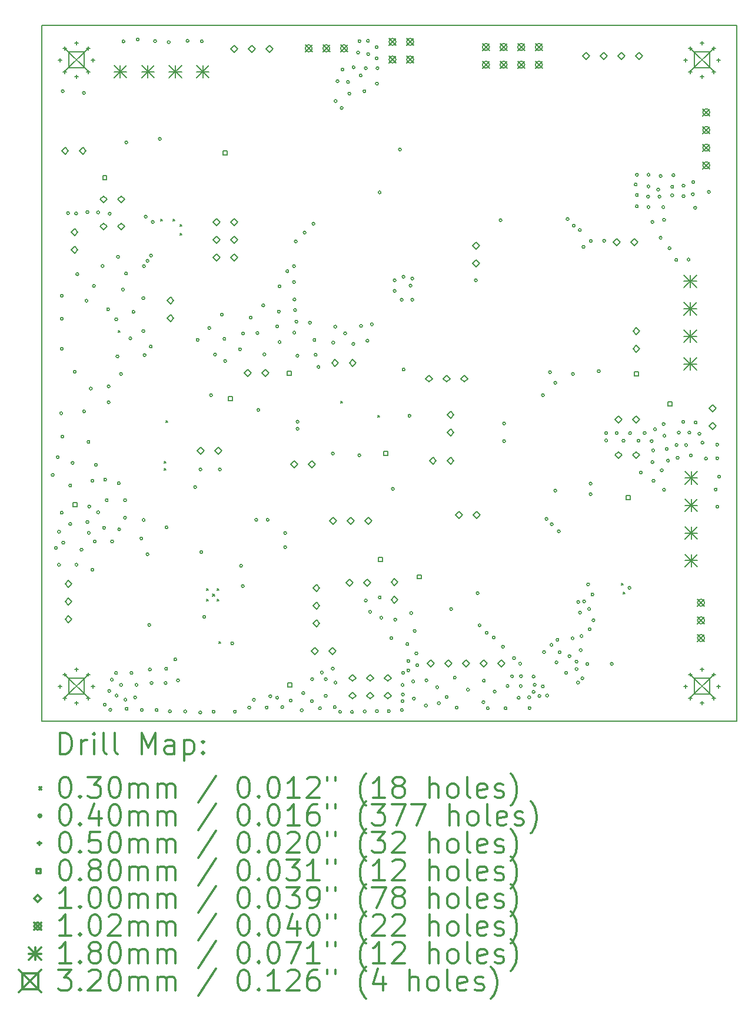
<source format=gbr>
%FSLAX45Y45*%
G04 Gerber Fmt 4.5, Leading zero omitted, Abs format (unit mm)*
G04 Created by KiCad (PCBNEW 4.0.2-stable) date 10/05/17 14:17:20*
%MOMM*%
G01*
G04 APERTURE LIST*
%ADD10C,0.127000*%
%ADD11C,0.150000*%
%ADD12C,0.200000*%
%ADD13C,0.300000*%
G04 APERTURE END LIST*
D10*
D11*
X17420000Y-3800000D02*
X7420000Y-3800000D01*
X17420000Y-13800000D02*
X17420000Y-3800000D01*
X7420000Y-13800000D02*
X17420000Y-13800000D01*
X7420000Y-3800000D02*
X7420000Y-13800000D01*
D12*
X8519400Y-8189200D02*
X8549400Y-8219200D01*
X8549400Y-8189200D02*
X8519400Y-8219200D01*
X9129000Y-6589000D02*
X9159000Y-6619000D01*
X9159000Y-6589000D02*
X9129000Y-6619000D01*
X9179800Y-10068800D02*
X9209800Y-10098800D01*
X9209800Y-10068800D02*
X9179800Y-10098800D01*
X9179800Y-10170400D02*
X9209800Y-10200400D01*
X9209800Y-10170400D02*
X9179800Y-10200400D01*
X9205200Y-9484600D02*
X9235200Y-9514600D01*
X9235200Y-9484600D02*
X9205200Y-9514600D01*
X9306800Y-6589000D02*
X9336800Y-6619000D01*
X9336800Y-6589000D02*
X9306800Y-6619000D01*
X9408400Y-6665200D02*
X9438400Y-6695200D01*
X9438400Y-6665200D02*
X9408400Y-6695200D01*
X9408400Y-6792200D02*
X9438400Y-6822200D01*
X9438400Y-6792200D02*
X9408400Y-6822200D01*
X9789400Y-11897600D02*
X9819400Y-11927600D01*
X9819400Y-11897600D02*
X9789400Y-11927600D01*
X9789400Y-12050000D02*
X9819400Y-12080000D01*
X9819400Y-12050000D02*
X9789400Y-12080000D01*
X9875000Y-11975000D02*
X9905000Y-12005000D01*
X9905000Y-11975000D02*
X9875000Y-12005000D01*
X9941800Y-11897600D02*
X9971800Y-11927600D01*
X9971800Y-11897600D02*
X9941800Y-11927600D01*
X9941800Y-12050000D02*
X9971800Y-12080000D01*
X9971800Y-12050000D02*
X9941800Y-12080000D01*
X9967200Y-12659600D02*
X9997200Y-12689600D01*
X9997200Y-12659600D02*
X9967200Y-12689600D01*
X11719800Y-9205200D02*
X11749800Y-9235200D01*
X11749800Y-9205200D02*
X11719800Y-9235200D01*
X12253200Y-9408400D02*
X12283200Y-9438400D01*
X12283200Y-9408400D02*
X12253200Y-9438400D01*
X15758400Y-11821400D02*
X15788400Y-11851400D01*
X15788400Y-11821400D02*
X15758400Y-11851400D01*
X15783800Y-11948400D02*
X15813800Y-11978400D01*
X15813800Y-11948400D02*
X15783800Y-11978400D01*
X7597000Y-10265000D02*
G75*
G03X7597000Y-10265000I-20000J0D01*
G01*
X7642000Y-11316000D02*
G75*
G03X7642000Y-11316000I-20000J0D01*
G01*
X7670000Y-10008000D02*
G75*
G03X7670000Y-10008000I-20000J0D01*
G01*
X7687000Y-11081000D02*
G75*
G03X7687000Y-11081000I-20000J0D01*
G01*
X7687000Y-11556000D02*
G75*
G03X7687000Y-11556000I-20000J0D01*
G01*
X7719000Y-9379000D02*
G75*
G03X7719000Y-9379000I-20000J0D01*
G01*
X7726000Y-10807000D02*
G75*
G03X7726000Y-10807000I-20000J0D01*
G01*
X7728000Y-7690000D02*
G75*
G03X7728000Y-7690000I-20000J0D01*
G01*
X7728000Y-8019000D02*
G75*
G03X7728000Y-8019000I-20000J0D01*
G01*
X7728000Y-8454000D02*
G75*
G03X7728000Y-8454000I-20000J0D01*
G01*
X7737000Y-9712000D02*
G75*
G03X7737000Y-9712000I-20000J0D01*
G01*
X7741600Y-4749800D02*
G75*
G03X7741600Y-4749800I-20000J0D01*
G01*
X7748000Y-11237000D02*
G75*
G03X7748000Y-11237000I-20000J0D01*
G01*
X7817800Y-6502400D02*
G75*
G03X7817800Y-6502400I-20000J0D01*
G01*
X7849000Y-10416000D02*
G75*
G03X7849000Y-10416000I-20000J0D01*
G01*
X7849000Y-10969000D02*
G75*
G03X7849000Y-10969000I-20000J0D01*
G01*
X7882000Y-10092000D02*
G75*
G03X7882000Y-10092000I-20000J0D01*
G01*
X7914000Y-8783000D02*
G75*
G03X7914000Y-8783000I-20000J0D01*
G01*
X7933000Y-6507000D02*
G75*
G03X7933000Y-6507000I-20000J0D01*
G01*
X7938000Y-11556000D02*
G75*
G03X7938000Y-11556000I-20000J0D01*
G01*
X7950000Y-7379000D02*
G75*
G03X7950000Y-7379000I-20000J0D01*
G01*
X8011000Y-11338000D02*
G75*
G03X8011000Y-11338000I-20000J0D01*
G01*
X8046400Y-4775200D02*
G75*
G03X8046400Y-4775200I-20000J0D01*
G01*
X8048000Y-9352000D02*
G75*
G03X8048000Y-9352000I-20000J0D01*
G01*
X8083000Y-7761000D02*
G75*
G03X8083000Y-7761000I-20000J0D01*
G01*
X8095000Y-10941000D02*
G75*
G03X8095000Y-10941000I-20000J0D01*
G01*
X8097000Y-6488000D02*
G75*
G03X8097000Y-6488000I-20000J0D01*
G01*
X8111000Y-9790000D02*
G75*
G03X8111000Y-9790000I-20000J0D01*
G01*
X8117000Y-11098000D02*
G75*
G03X8117000Y-11098000I-20000J0D01*
G01*
X8123000Y-10718000D02*
G75*
G03X8123000Y-10718000I-20000J0D01*
G01*
X8145000Y-9023000D02*
G75*
G03X8145000Y-9023000I-20000J0D01*
G01*
X8167000Y-10349000D02*
G75*
G03X8167000Y-10349000I-20000J0D01*
G01*
X8167000Y-11629000D02*
G75*
G03X8167000Y-11629000I-20000J0D01*
G01*
X8190000Y-7548000D02*
G75*
G03X8190000Y-7548000I-20000J0D01*
G01*
X8201000Y-11221000D02*
G75*
G03X8201000Y-11221000I-20000J0D01*
G01*
X8218000Y-10120000D02*
G75*
G03X8218000Y-10120000I-20000J0D01*
G01*
X8250000Y-6492000D02*
G75*
G03X8250000Y-6492000I-20000J0D01*
G01*
X8251000Y-10802000D02*
G75*
G03X8251000Y-10802000I-20000J0D01*
G01*
X8314000Y-7263000D02*
G75*
G03X8314000Y-7263000I-20000J0D01*
G01*
X8335000Y-11025000D02*
G75*
G03X8335000Y-11025000I-20000J0D01*
G01*
X8345000Y-13567000D02*
G75*
G03X8345000Y-13567000I-20000J0D01*
G01*
X8352000Y-10332000D02*
G75*
G03X8352000Y-10332000I-20000J0D01*
G01*
X8374000Y-10628000D02*
G75*
G03X8374000Y-10628000I-20000J0D01*
G01*
X8394000Y-7885000D02*
G75*
G03X8394000Y-7885000I-20000J0D01*
G01*
X8402000Y-8991600D02*
G75*
G03X8402000Y-8991600I-20000J0D01*
G01*
X8402000Y-9220200D02*
G75*
G03X8402000Y-9220200I-20000J0D01*
G01*
X8410000Y-13369000D02*
G75*
G03X8410000Y-13369000I-20000J0D01*
G01*
X8417000Y-6511000D02*
G75*
G03X8417000Y-6511000I-20000J0D01*
G01*
X8425000Y-13640000D02*
G75*
G03X8425000Y-13640000I-20000J0D01*
G01*
X8448000Y-13205000D02*
G75*
G03X8448000Y-13205000I-20000J0D01*
G01*
X8452000Y-11221000D02*
G75*
G03X8452000Y-11221000I-20000J0D01*
G01*
X8509000Y-13110000D02*
G75*
G03X8509000Y-13110000I-20000J0D01*
G01*
X8510000Y-8028000D02*
G75*
G03X8510000Y-8028000I-20000J0D01*
G01*
X8516000Y-13434000D02*
G75*
G03X8516000Y-13434000I-20000J0D01*
G01*
X8528000Y-8561000D02*
G75*
G03X8528000Y-8561000I-20000J0D01*
G01*
X8537000Y-7130000D02*
G75*
G03X8537000Y-7130000I-20000J0D01*
G01*
X8547000Y-10383000D02*
G75*
G03X8547000Y-10383000I-20000J0D01*
G01*
X8553000Y-11047000D02*
G75*
G03X8553000Y-11047000I-20000J0D01*
G01*
X8579800Y-8813800D02*
G75*
G03X8579800Y-8813800I-20000J0D01*
G01*
X8581000Y-13282000D02*
G75*
G03X8581000Y-13282000I-20000J0D01*
G01*
X8608000Y-7601000D02*
G75*
G03X8608000Y-7601000I-20000J0D01*
G01*
X8615000Y-4035000D02*
G75*
G03X8615000Y-4035000I-20000J0D01*
G01*
X8637000Y-10628000D02*
G75*
G03X8637000Y-10628000I-20000J0D01*
G01*
X8637000Y-10880000D02*
G75*
G03X8637000Y-10880000I-20000J0D01*
G01*
X8642000Y-13495000D02*
G75*
G03X8642000Y-13495000I-20000J0D01*
G01*
X8652000Y-7370000D02*
G75*
G03X8652000Y-7370000I-20000J0D01*
G01*
X8656000Y-5486400D02*
G75*
G03X8656000Y-5486400I-20000J0D01*
G01*
X8661000Y-13625000D02*
G75*
G03X8661000Y-13625000I-20000J0D01*
G01*
X8714000Y-8303000D02*
G75*
G03X8714000Y-8303000I-20000J0D01*
G01*
X8730000Y-13110000D02*
G75*
G03X8730000Y-13110000I-20000J0D01*
G01*
X8759000Y-7921000D02*
G75*
G03X8759000Y-7921000I-20000J0D01*
G01*
X8783000Y-13462000D02*
G75*
G03X8783000Y-13462000I-20000J0D01*
G01*
X8802000Y-13282000D02*
G75*
G03X8802000Y-13282000I-20000J0D01*
G01*
X8821000Y-4008000D02*
G75*
G03X8821000Y-4008000I-20000J0D01*
G01*
X8871000Y-11176000D02*
G75*
G03X8871000Y-11176000I-20000J0D01*
G01*
X8878000Y-13644000D02*
G75*
G03X8878000Y-13644000I-20000J0D01*
G01*
X8901000Y-7725000D02*
G75*
G03X8901000Y-7725000I-20000J0D01*
G01*
X8901000Y-8197000D02*
G75*
G03X8901000Y-8197000I-20000J0D01*
G01*
X8905000Y-10913000D02*
G75*
G03X8905000Y-10913000I-20000J0D01*
G01*
X8910000Y-7264400D02*
G75*
G03X8910000Y-7264400I-20000J0D01*
G01*
X8919000Y-8543000D02*
G75*
G03X8919000Y-8543000I-20000J0D01*
G01*
X8935400Y-6553200D02*
G75*
G03X8935400Y-6553200I-20000J0D01*
G01*
X8960800Y-7188200D02*
G75*
G03X8960800Y-7188200I-20000J0D01*
G01*
X8960800Y-11404600D02*
G75*
G03X8960800Y-11404600I-20000J0D01*
G01*
X8986200Y-12420600D02*
G75*
G03X8986200Y-12420600I-20000J0D01*
G01*
X8996000Y-13061000D02*
G75*
G03X8996000Y-13061000I-20000J0D01*
G01*
X9008000Y-8419000D02*
G75*
G03X9008000Y-8419000I-20000J0D01*
G01*
X9011600Y-7112000D02*
G75*
G03X9011600Y-7112000I-20000J0D01*
G01*
X9019000Y-13255000D02*
G75*
G03X9019000Y-13255000I-20000J0D01*
G01*
X9037000Y-6629400D02*
G75*
G03X9037000Y-6629400I-20000J0D01*
G01*
X9069000Y-4031000D02*
G75*
G03X9069000Y-4031000I-20000J0D01*
G01*
X9092000Y-13644000D02*
G75*
G03X9092000Y-13644000I-20000J0D01*
G01*
X9138600Y-5435600D02*
G75*
G03X9138600Y-5435600I-20000J0D01*
G01*
X9221000Y-13255000D02*
G75*
G03X9221000Y-13255000I-20000J0D01*
G01*
X9229000Y-13049000D02*
G75*
G03X9229000Y-13049000I-20000J0D01*
G01*
X9235000Y-11020000D02*
G75*
G03X9235000Y-11020000I-20000J0D01*
G01*
X9267000Y-4046000D02*
G75*
G03X9267000Y-4046000I-20000J0D01*
G01*
X9282000Y-13663000D02*
G75*
G03X9282000Y-13663000I-20000J0D01*
G01*
X9360000Y-12915000D02*
G75*
G03X9360000Y-12915000I-20000J0D01*
G01*
X9400000Y-13217000D02*
G75*
G03X9400000Y-13217000I-20000J0D01*
G01*
X9503000Y-13663000D02*
G75*
G03X9503000Y-13663000I-20000J0D01*
G01*
X9537000Y-4027000D02*
G75*
G03X9537000Y-4027000I-20000J0D01*
G01*
X9646600Y-10439400D02*
G75*
G03X9646600Y-10439400I-20000J0D01*
G01*
X9682000Y-8323000D02*
G75*
G03X9682000Y-8323000I-20000J0D01*
G01*
X9720000Y-13678000D02*
G75*
G03X9720000Y-13678000I-20000J0D01*
G01*
X9722800Y-10185400D02*
G75*
G03X9722800Y-10185400I-20000J0D01*
G01*
X9735000Y-11375000D02*
G75*
G03X9735000Y-11375000I-20000J0D01*
G01*
X9743000Y-4035000D02*
G75*
G03X9743000Y-4035000I-20000J0D01*
G01*
X9775000Y-12305000D02*
G75*
G03X9775000Y-12305000I-20000J0D01*
G01*
X9849800Y-8153400D02*
G75*
G03X9849800Y-8153400I-20000J0D01*
G01*
X9875200Y-9118600D02*
G75*
G03X9875200Y-9118600I-20000J0D01*
G01*
X9911000Y-13666000D02*
G75*
G03X9911000Y-13666000I-20000J0D01*
G01*
X9933000Y-8533000D02*
G75*
G03X9933000Y-8533000I-20000J0D01*
G01*
X10002200Y-10185400D02*
G75*
G03X10002200Y-10185400I-20000J0D01*
G01*
X10031000Y-7963000D02*
G75*
G03X10031000Y-7963000I-20000J0D01*
G01*
X10067000Y-8309000D02*
G75*
G03X10067000Y-8309000I-20000J0D01*
G01*
X10078000Y-8628000D02*
G75*
G03X10078000Y-8628000I-20000J0D01*
G01*
X10180000Y-12685000D02*
G75*
G03X10180000Y-12685000I-20000J0D01*
G01*
X10219000Y-13666000D02*
G75*
G03X10219000Y-13666000I-20000J0D01*
G01*
X10291000Y-8460000D02*
G75*
G03X10291000Y-8460000I-20000J0D01*
G01*
X10307000Y-11570000D02*
G75*
G03X10307000Y-11570000I-20000J0D01*
G01*
X10332400Y-11861800D02*
G75*
G03X10332400Y-11861800I-20000J0D01*
G01*
X10335000Y-8231000D02*
G75*
G03X10335000Y-8231000I-20000J0D01*
G01*
X10425000Y-13607000D02*
G75*
G03X10425000Y-13607000I-20000J0D01*
G01*
X10447000Y-8002000D02*
G75*
G03X10447000Y-8002000I-20000J0D01*
G01*
X10492000Y-13495000D02*
G75*
G03X10492000Y-13495000I-20000J0D01*
G01*
X10525000Y-10910000D02*
G75*
G03X10525000Y-10910000I-20000J0D01*
G01*
X10542000Y-8226000D02*
G75*
G03X10542000Y-8226000I-20000J0D01*
G01*
X10555000Y-9330000D02*
G75*
G03X10555000Y-9330000I-20000J0D01*
G01*
X10626000Y-7829000D02*
G75*
G03X10626000Y-7829000I-20000J0D01*
G01*
X10643000Y-8533000D02*
G75*
G03X10643000Y-8533000I-20000J0D01*
G01*
X10676000Y-13607000D02*
G75*
G03X10676000Y-13607000I-20000J0D01*
G01*
X10690000Y-10910000D02*
G75*
G03X10690000Y-10910000I-20000J0D01*
G01*
X10727000Y-13445000D02*
G75*
G03X10727000Y-13445000I-20000J0D01*
G01*
X10827000Y-8131000D02*
G75*
G03X10827000Y-8131000I-20000J0D01*
G01*
X10827000Y-13467000D02*
G75*
G03X10827000Y-13467000I-20000J0D01*
G01*
X10850000Y-7918000D02*
G75*
G03X10850000Y-7918000I-20000J0D01*
G01*
X10861000Y-7555000D02*
G75*
G03X10861000Y-7555000I-20000J0D01*
G01*
X10861000Y-8354000D02*
G75*
G03X10861000Y-8354000I-20000J0D01*
G01*
X10900000Y-13601000D02*
G75*
G03X10900000Y-13601000I-20000J0D01*
G01*
X10942000Y-11099800D02*
G75*
G03X10942000Y-11099800I-20000J0D01*
G01*
X10942000Y-11303000D02*
G75*
G03X10942000Y-11303000I-20000J0D01*
G01*
X10972000Y-7337000D02*
G75*
G03X10972000Y-7337000I-20000J0D01*
G01*
X11023000Y-13506000D02*
G75*
G03X11023000Y-13506000I-20000J0D01*
G01*
X11069000Y-7264400D02*
G75*
G03X11069000Y-7264400I-20000J0D01*
G01*
X11069000Y-7493000D02*
G75*
G03X11069000Y-7493000I-20000J0D01*
G01*
X11073000Y-8220000D02*
G75*
G03X11073000Y-8220000I-20000J0D01*
G01*
X11074000Y-7744000D02*
G75*
G03X11074000Y-7744000I-20000J0D01*
G01*
X11084000Y-7896000D02*
G75*
G03X11084000Y-7896000I-20000J0D01*
G01*
X11094400Y-6908800D02*
G75*
G03X11094400Y-6908800I-20000J0D01*
G01*
X11103000Y-8062000D02*
G75*
G03X11103000Y-8062000I-20000J0D01*
G01*
X11118000Y-8550000D02*
G75*
G03X11118000Y-8550000I-20000J0D01*
G01*
X11119800Y-9499600D02*
G75*
G03X11119800Y-9499600I-20000J0D01*
G01*
X11119800Y-9601200D02*
G75*
G03X11119800Y-9601200I-20000J0D01*
G01*
X11179000Y-13646000D02*
G75*
G03X11179000Y-13646000I-20000J0D01*
G01*
X11202000Y-13400000D02*
G75*
G03X11202000Y-13400000I-20000J0D01*
G01*
X11221400Y-6781800D02*
G75*
G03X11221400Y-6781800I-20000J0D01*
G01*
X11298000Y-8077000D02*
G75*
G03X11298000Y-8077000I-20000J0D01*
G01*
X11325000Y-13517000D02*
G75*
G03X11325000Y-13517000I-20000J0D01*
G01*
X11330000Y-13199000D02*
G75*
G03X11330000Y-13199000I-20000J0D01*
G01*
X11348400Y-6654800D02*
G75*
G03X11348400Y-6654800I-20000J0D01*
G01*
X11362000Y-8325000D02*
G75*
G03X11362000Y-8325000I-20000J0D01*
G01*
X11380000Y-8538000D02*
G75*
G03X11380000Y-8538000I-20000J0D01*
G01*
X11420000Y-8712000D02*
G75*
G03X11420000Y-8712000I-20000J0D01*
G01*
X11442000Y-13618000D02*
G75*
G03X11442000Y-13618000I-20000J0D01*
G01*
X11470000Y-13104000D02*
G75*
G03X11470000Y-13104000I-20000J0D01*
G01*
X11526000Y-13199000D02*
G75*
G03X11526000Y-13199000I-20000J0D01*
G01*
X11526000Y-13439000D02*
G75*
G03X11526000Y-13439000I-20000J0D01*
G01*
X11626000Y-13048000D02*
G75*
G03X11626000Y-13048000I-20000J0D01*
G01*
X11627800Y-9956800D02*
G75*
G03X11627800Y-9956800I-20000J0D01*
G01*
X11633000Y-8363000D02*
G75*
G03X11633000Y-8363000I-20000J0D01*
G01*
X11654000Y-13601000D02*
G75*
G03X11654000Y-13601000I-20000J0D01*
G01*
X11663000Y-8134000D02*
G75*
G03X11663000Y-8134000I-20000J0D01*
G01*
X11665000Y-13249000D02*
G75*
G03X11665000Y-13249000I-20000J0D01*
G01*
X11667000Y-4892000D02*
G75*
G03X11667000Y-4892000I-20000J0D01*
G01*
X11694000Y-4606000D02*
G75*
G03X11694000Y-4606000I-20000J0D01*
G01*
X11732000Y-13670000D02*
G75*
G03X11732000Y-13670000I-20000J0D01*
G01*
X11755000Y-4991000D02*
G75*
G03X11755000Y-4991000I-20000J0D01*
G01*
X11766000Y-4439000D02*
G75*
G03X11766000Y-4439000I-20000J0D01*
G01*
X11804000Y-8230000D02*
G75*
G03X11804000Y-8230000I-20000J0D01*
G01*
X11846000Y-4618000D02*
G75*
G03X11846000Y-4618000I-20000J0D01*
G01*
X11865000Y-4785000D02*
G75*
G03X11865000Y-4785000I-20000J0D01*
G01*
X11903000Y-13670000D02*
G75*
G03X11903000Y-13670000I-20000J0D01*
G01*
X11922000Y-8382000D02*
G75*
G03X11922000Y-8382000I-20000J0D01*
G01*
X11926000Y-4408000D02*
G75*
G03X11926000Y-4408000I-20000J0D01*
G01*
X11991000Y-4195000D02*
G75*
G03X11991000Y-4195000I-20000J0D01*
G01*
X12008800Y-9982200D02*
G75*
G03X12008800Y-9982200I-20000J0D01*
G01*
X12010000Y-4031000D02*
G75*
G03X12010000Y-4031000I-20000J0D01*
G01*
X12029000Y-4526000D02*
G75*
G03X12029000Y-4526000I-20000J0D01*
G01*
X12033000Y-8123000D02*
G75*
G03X12033000Y-8123000I-20000J0D01*
G01*
X12082000Y-4751000D02*
G75*
G03X12082000Y-4751000I-20000J0D01*
G01*
X12086000Y-13663000D02*
G75*
G03X12086000Y-13663000I-20000J0D01*
G01*
X12101000Y-12070000D02*
G75*
G03X12101000Y-12070000I-20000J0D01*
G01*
X12102000Y-4420000D02*
G75*
G03X12102000Y-4420000I-20000J0D01*
G01*
X12124000Y-8336000D02*
G75*
G03X12124000Y-8336000I-20000J0D01*
G01*
X12132000Y-4027000D02*
G75*
G03X12132000Y-4027000I-20000J0D01*
G01*
X12136000Y-4218000D02*
G75*
G03X12136000Y-4218000I-20000J0D01*
G01*
X12163000Y-12232000D02*
G75*
G03X12163000Y-12232000I-20000J0D01*
G01*
X12189000Y-8100000D02*
G75*
G03X12189000Y-8100000I-20000J0D01*
G01*
X12258000Y-4115000D02*
G75*
G03X12258000Y-4115000I-20000J0D01*
G01*
X12258000Y-4279000D02*
G75*
G03X12258000Y-4279000I-20000J0D01*
G01*
X12262000Y-4641000D02*
G75*
G03X12262000Y-4641000I-20000J0D01*
G01*
X12262000Y-13659000D02*
G75*
G03X12262000Y-13659000I-20000J0D01*
G01*
X12269000Y-4420000D02*
G75*
G03X12269000Y-4420000I-20000J0D01*
G01*
X12300000Y-6205000D02*
G75*
G03X12300000Y-6205000I-20000J0D01*
G01*
X12302000Y-12025000D02*
G75*
G03X12302000Y-12025000I-20000J0D01*
G01*
X12325000Y-12316000D02*
G75*
G03X12325000Y-12316000I-20000J0D01*
G01*
X12433000Y-13659000D02*
G75*
G03X12433000Y-13659000I-20000J0D01*
G01*
X12470000Y-12607000D02*
G75*
G03X12470000Y-12607000I-20000J0D01*
G01*
X12491400Y-10464800D02*
G75*
G03X12491400Y-10464800I-20000J0D01*
G01*
X12516800Y-7467600D02*
G75*
G03X12516800Y-7467600I-20000J0D01*
G01*
X12516800Y-7620000D02*
G75*
G03X12516800Y-7620000I-20000J0D01*
G01*
X12526000Y-12344000D02*
G75*
G03X12526000Y-12344000I-20000J0D01*
G01*
X12593000Y-5588000D02*
G75*
G03X12593000Y-5588000I-20000J0D01*
G01*
X12618400Y-7747000D02*
G75*
G03X12618400Y-7747000I-20000J0D01*
G01*
X12620000Y-13644000D02*
G75*
G03X12620000Y-13644000I-20000J0D01*
G01*
X12631000Y-13282000D02*
G75*
G03X12631000Y-13282000I-20000J0D01*
G01*
X12631000Y-13514000D02*
G75*
G03X12631000Y-13514000I-20000J0D01*
G01*
X12635000Y-13419000D02*
G75*
G03X12635000Y-13419000I-20000J0D01*
G01*
X12638000Y-13109000D02*
G75*
G03X12638000Y-13109000I-20000J0D01*
G01*
X12643800Y-7416800D02*
G75*
G03X12643800Y-7416800I-20000J0D01*
G01*
X12645000Y-8750000D02*
G75*
G03X12645000Y-8750000I-20000J0D01*
G01*
X12699000Y-12696000D02*
G75*
G03X12699000Y-12696000I-20000J0D01*
G01*
X12713000Y-12939000D02*
G75*
G03X12713000Y-12939000I-20000J0D01*
G01*
X12713000Y-13073000D02*
G75*
G03X12713000Y-13073000I-20000J0D01*
G01*
X12730000Y-9415000D02*
G75*
G03X12730000Y-9415000I-20000J0D01*
G01*
X12745400Y-7543800D02*
G75*
G03X12745400Y-7543800I-20000J0D01*
G01*
X12755000Y-12249000D02*
G75*
G03X12755000Y-12249000I-20000J0D01*
G01*
X12770800Y-7442200D02*
G75*
G03X12770800Y-7442200I-20000J0D01*
G01*
X12770800Y-7747000D02*
G75*
G03X12770800Y-7747000I-20000J0D01*
G01*
X12783000Y-13232000D02*
G75*
G03X12783000Y-13232000I-20000J0D01*
G01*
X12794000Y-13478000D02*
G75*
G03X12794000Y-13478000I-20000J0D01*
G01*
X12805000Y-12506000D02*
G75*
G03X12805000Y-12506000I-20000J0D01*
G01*
X12828000Y-12830000D02*
G75*
G03X12828000Y-12830000I-20000J0D01*
G01*
X12842000Y-12998000D02*
G75*
G03X12842000Y-12998000I-20000J0D01*
G01*
X12967000Y-13579000D02*
G75*
G03X12967000Y-13579000I-20000J0D01*
G01*
X12973000Y-13216000D02*
G75*
G03X12973000Y-13216000I-20000J0D01*
G01*
X13129000Y-13316000D02*
G75*
G03X13129000Y-13316000I-20000J0D01*
G01*
X13152000Y-13545000D02*
G75*
G03X13152000Y-13545000I-20000J0D01*
G01*
X13264000Y-13456000D02*
G75*
G03X13264000Y-13456000I-20000J0D01*
G01*
X13329600Y-12192000D02*
G75*
G03X13329600Y-12192000I-20000J0D01*
G01*
X13381000Y-13177000D02*
G75*
G03X13381000Y-13177000I-20000J0D01*
G01*
X13409000Y-13607000D02*
G75*
G03X13409000Y-13607000I-20000J0D01*
G01*
X13571000Y-13350000D02*
G75*
G03X13571000Y-13350000I-20000J0D01*
G01*
X13685200Y-7467600D02*
G75*
G03X13685200Y-7467600I-20000J0D01*
G01*
X13710600Y-11963400D02*
G75*
G03X13710600Y-11963400I-20000J0D01*
G01*
X13738000Y-12426000D02*
G75*
G03X13738000Y-12426000I-20000J0D01*
G01*
X13794000Y-13529000D02*
G75*
G03X13794000Y-13529000I-20000J0D01*
G01*
X13800000Y-13221000D02*
G75*
G03X13800000Y-13221000I-20000J0D01*
G01*
X13840000Y-12531000D02*
G75*
G03X13840000Y-12531000I-20000J0D01*
G01*
X13856000Y-13618000D02*
G75*
G03X13856000Y-13618000I-20000J0D01*
G01*
X13943000Y-12602000D02*
G75*
G03X13943000Y-12602000I-20000J0D01*
G01*
X13956000Y-13378000D02*
G75*
G03X13956000Y-13378000I-20000J0D01*
G01*
X14040800Y-6604000D02*
G75*
G03X14040800Y-6604000I-20000J0D01*
G01*
X14075000Y-12733000D02*
G75*
G03X14075000Y-12733000I-20000J0D01*
G01*
X14091600Y-9525000D02*
G75*
G03X14091600Y-9525000I-20000J0D01*
G01*
X14091600Y-9779000D02*
G75*
G03X14091600Y-9779000I-20000J0D01*
G01*
X14113000Y-13618000D02*
G75*
G03X14113000Y-13618000I-20000J0D01*
G01*
X14141000Y-13299000D02*
G75*
G03X14141000Y-13299000I-20000J0D01*
G01*
X14205000Y-13157000D02*
G75*
G03X14205000Y-13157000I-20000J0D01*
G01*
X14235000Y-12897000D02*
G75*
G03X14235000Y-12897000I-20000J0D01*
G01*
X14300000Y-13467000D02*
G75*
G03X14300000Y-13467000I-20000J0D01*
G01*
X14322000Y-12978000D02*
G75*
G03X14322000Y-12978000I-20000J0D01*
G01*
X14331000Y-13299000D02*
G75*
G03X14331000Y-13299000I-20000J0D01*
G01*
X14334000Y-13157000D02*
G75*
G03X14334000Y-13157000I-20000J0D01*
G01*
X14453000Y-13460000D02*
G75*
G03X14453000Y-13460000I-20000J0D01*
G01*
X14457000Y-13616000D02*
G75*
G03X14457000Y-13616000I-20000J0D01*
G01*
X14515000Y-13163000D02*
G75*
G03X14515000Y-13163000I-20000J0D01*
G01*
X14516000Y-13383000D02*
G75*
G03X14516000Y-13383000I-20000J0D01*
G01*
X14532000Y-13280000D02*
G75*
G03X14532000Y-13280000I-20000J0D01*
G01*
X14599000Y-13442000D02*
G75*
G03X14599000Y-13442000I-20000J0D01*
G01*
X14648000Y-13304000D02*
G75*
G03X14648000Y-13304000I-20000J0D01*
G01*
X14650400Y-9118600D02*
G75*
G03X14650400Y-9118600I-20000J0D01*
G01*
X14666000Y-12810000D02*
G75*
G03X14666000Y-12810000I-20000J0D01*
G01*
X14701200Y-10896600D02*
G75*
G03X14701200Y-10896600I-20000J0D01*
G01*
X14711000Y-13434000D02*
G75*
G03X14711000Y-13434000I-20000J0D01*
G01*
X14752000Y-8788400D02*
G75*
G03X14752000Y-8788400I-20000J0D01*
G01*
X14772000Y-12707000D02*
G75*
G03X14772000Y-12707000I-20000J0D01*
G01*
X14777400Y-10972800D02*
G75*
G03X14777400Y-10972800I-20000J0D01*
G01*
X14828200Y-8940800D02*
G75*
G03X14828200Y-8940800I-20000J0D01*
G01*
X14828200Y-10490200D02*
G75*
G03X14828200Y-10490200I-20000J0D01*
G01*
X14845000Y-12959000D02*
G75*
G03X14845000Y-12959000I-20000J0D01*
G01*
X14859000Y-12634000D02*
G75*
G03X14859000Y-12634000I-20000J0D01*
G01*
X14879000Y-11074400D02*
G75*
G03X14879000Y-11074400I-20000J0D01*
G01*
X14890000Y-12813000D02*
G75*
G03X14890000Y-12813000I-20000J0D01*
G01*
X14982000Y-13109000D02*
G75*
G03X14982000Y-13109000I-20000J0D01*
G01*
X15004500Y-6587500D02*
G75*
G03X15004500Y-6587500I-20000J0D01*
G01*
X15032000Y-12869000D02*
G75*
G03X15032000Y-12869000I-20000J0D01*
G01*
X15077000Y-12612000D02*
G75*
G03X15077000Y-12612000I-20000J0D01*
G01*
X15082200Y-8813800D02*
G75*
G03X15082200Y-8813800I-20000J0D01*
G01*
X15094000Y-6683000D02*
G75*
G03X15094000Y-6683000I-20000J0D01*
G01*
X15133000Y-12947000D02*
G75*
G03X15133000Y-12947000I-20000J0D01*
G01*
X15133000Y-13054000D02*
G75*
G03X15133000Y-13054000I-20000J0D01*
G01*
X15155000Y-13249000D02*
G75*
G03X15155000Y-13249000I-20000J0D01*
G01*
X15158400Y-12090400D02*
G75*
G03X15158400Y-12090400I-20000J0D01*
G01*
X15180000Y-6745000D02*
G75*
G03X15180000Y-6745000I-20000J0D01*
G01*
X15183800Y-12242800D02*
G75*
G03X15183800Y-12242800I-20000J0D01*
G01*
X15194000Y-12783000D02*
G75*
G03X15194000Y-12783000I-20000J0D01*
G01*
X15205000Y-12579000D02*
G75*
G03X15205000Y-12579000I-20000J0D01*
G01*
X15217000Y-13188000D02*
G75*
G03X15217000Y-13188000I-20000J0D01*
G01*
X15234000Y-6988000D02*
G75*
G03X15234000Y-6988000I-20000J0D01*
G01*
X15242000Y-12081000D02*
G75*
G03X15242000Y-12081000I-20000J0D01*
G01*
X15289000Y-12984000D02*
G75*
G03X15289000Y-12984000I-20000J0D01*
G01*
X15300000Y-11838000D02*
G75*
G03X15300000Y-11838000I-20000J0D01*
G01*
X15314000Y-12190000D02*
G75*
G03X15314000Y-12190000I-20000J0D01*
G01*
X15323000Y-12481000D02*
G75*
G03X15323000Y-12481000I-20000J0D01*
G01*
X15336200Y-10388600D02*
G75*
G03X15336200Y-10388600I-20000J0D01*
G01*
X15336200Y-10541000D02*
G75*
G03X15336200Y-10541000I-20000J0D01*
G01*
X15338000Y-6903000D02*
G75*
G03X15338000Y-6903000I-20000J0D01*
G01*
X15362000Y-11983000D02*
G75*
G03X15362000Y-11983000I-20000J0D01*
G01*
X15377000Y-12352000D02*
G75*
G03X15377000Y-12352000I-20000J0D01*
G01*
X15454000Y-8773000D02*
G75*
G03X15454000Y-8773000I-20000J0D01*
G01*
X15531000Y-6900000D02*
G75*
G03X15531000Y-6900000I-20000J0D01*
G01*
X15560000Y-9664000D02*
G75*
G03X15560000Y-9664000I-20000J0D01*
G01*
X15560000Y-9768000D02*
G75*
G03X15560000Y-9768000I-20000J0D01*
G01*
X15641000Y-12979400D02*
G75*
G03X15641000Y-12979400I-20000J0D01*
G01*
X15711000Y-9664000D02*
G75*
G03X15711000Y-9664000I-20000J0D01*
G01*
X15809000Y-9773000D02*
G75*
G03X15809000Y-9773000I-20000J0D01*
G01*
X15895000Y-11887200D02*
G75*
G03X15895000Y-11887200I-20000J0D01*
G01*
X15904000Y-9664000D02*
G75*
G03X15904000Y-9664000I-20000J0D01*
G01*
X15985000Y-6091000D02*
G75*
G03X15985000Y-6091000I-20000J0D01*
G01*
X16002000Y-5951000D02*
G75*
G03X16002000Y-5951000I-20000J0D01*
G01*
X16002000Y-6242000D02*
G75*
G03X16002000Y-6242000I-20000J0D01*
G01*
X16002000Y-6404000D02*
G75*
G03X16002000Y-6404000I-20000J0D01*
G01*
X16024000Y-9773000D02*
G75*
G03X16024000Y-9773000I-20000J0D01*
G01*
X16058000Y-10232000D02*
G75*
G03X16058000Y-10232000I-20000J0D01*
G01*
X16113000Y-9662000D02*
G75*
G03X16113000Y-9662000I-20000J0D01*
G01*
X16164000Y-6264000D02*
G75*
G03X16164000Y-6264000I-20000J0D01*
G01*
X16169000Y-5951000D02*
G75*
G03X16169000Y-5951000I-20000J0D01*
G01*
X16169000Y-6119000D02*
G75*
G03X16169000Y-6119000I-20000J0D01*
G01*
X16169000Y-6415000D02*
G75*
G03X16169000Y-6415000I-20000J0D01*
G01*
X16214000Y-9779000D02*
G75*
G03X16214000Y-9779000I-20000J0D01*
G01*
X16225000Y-10081000D02*
G75*
G03X16225000Y-10081000I-20000J0D01*
G01*
X16225200Y-6629400D02*
G75*
G03X16225200Y-6629400I-20000J0D01*
G01*
X16236000Y-9913000D02*
G75*
G03X16236000Y-9913000I-20000J0D01*
G01*
X16242000Y-10349000D02*
G75*
G03X16242000Y-10349000I-20000J0D01*
G01*
X16262000Y-9609000D02*
G75*
G03X16262000Y-9609000I-20000J0D01*
G01*
X16309000Y-6164000D02*
G75*
G03X16309000Y-6164000I-20000J0D01*
G01*
X16326000Y-6264000D02*
G75*
G03X16326000Y-6264000I-20000J0D01*
G01*
X16343000Y-5968000D02*
G75*
G03X16343000Y-5968000I-20000J0D01*
G01*
X16343000Y-6856000D02*
G75*
G03X16343000Y-6856000I-20000J0D01*
G01*
X16359000Y-10198000D02*
G75*
G03X16359000Y-10198000I-20000J0D01*
G01*
X16382000Y-6415000D02*
G75*
G03X16382000Y-6415000I-20000J0D01*
G01*
X16387000Y-9533000D02*
G75*
G03X16387000Y-9533000I-20000J0D01*
G01*
X16393000Y-6599000D02*
G75*
G03X16393000Y-6599000I-20000J0D01*
G01*
X16393000Y-10478000D02*
G75*
G03X16393000Y-10478000I-20000J0D01*
G01*
X16398000Y-9701000D02*
G75*
G03X16398000Y-9701000I-20000J0D01*
G01*
X16432000Y-9891000D02*
G75*
G03X16432000Y-9891000I-20000J0D01*
G01*
X16449000Y-10058000D02*
G75*
G03X16449000Y-10058000I-20000J0D01*
G01*
X16471000Y-7007000D02*
G75*
G03X16471000Y-7007000I-20000J0D01*
G01*
X16510000Y-6124000D02*
G75*
G03X16510000Y-6124000I-20000J0D01*
G01*
X16510000Y-6247000D02*
G75*
G03X16510000Y-6247000I-20000J0D01*
G01*
X16527000Y-5957000D02*
G75*
G03X16527000Y-5957000I-20000J0D01*
G01*
X16569000Y-7175000D02*
G75*
G03X16569000Y-7175000I-20000J0D01*
G01*
X16572000Y-9835000D02*
G75*
G03X16572000Y-9835000I-20000J0D01*
G01*
X16588000Y-10019000D02*
G75*
G03X16588000Y-10019000I-20000J0D01*
G01*
X16605000Y-9656000D02*
G75*
G03X16605000Y-9656000I-20000J0D01*
G01*
X16669000Y-9502000D02*
G75*
G03X16669000Y-9502000I-20000J0D01*
G01*
X16672000Y-6108000D02*
G75*
G03X16672000Y-6108000I-20000J0D01*
G01*
X16672000Y-6259000D02*
G75*
G03X16672000Y-6259000I-20000J0D01*
G01*
X16711000Y-9835000D02*
G75*
G03X16711000Y-9835000I-20000J0D01*
G01*
X16745000Y-7169000D02*
G75*
G03X16745000Y-7169000I-20000J0D01*
G01*
X16756000Y-9656000D02*
G75*
G03X16756000Y-9656000I-20000J0D01*
G01*
X16778000Y-9986000D02*
G75*
G03X16778000Y-9986000I-20000J0D01*
G01*
X16806000Y-6231000D02*
G75*
G03X16806000Y-6231000I-20000J0D01*
G01*
X16812000Y-6057000D02*
G75*
G03X16812000Y-6057000I-20000J0D01*
G01*
X16840000Y-6426000D02*
G75*
G03X16840000Y-6426000I-20000J0D01*
G01*
X16848000Y-9511000D02*
G75*
G03X16848000Y-9511000I-20000J0D01*
G01*
X16901000Y-9673000D02*
G75*
G03X16901000Y-9673000I-20000J0D01*
G01*
X16946000Y-9801000D02*
G75*
G03X16946000Y-9801000I-20000J0D01*
G01*
X16996000Y-10030000D02*
G75*
G03X16996000Y-10030000I-20000J0D01*
G01*
X17038000Y-6197600D02*
G75*
G03X17038000Y-6197600I-20000J0D01*
G01*
X17136000Y-10475000D02*
G75*
G03X17136000Y-10475000I-20000J0D01*
G01*
X17158000Y-9829000D02*
G75*
G03X17158000Y-9829000I-20000J0D01*
G01*
X17158000Y-10025000D02*
G75*
G03X17158000Y-10025000I-20000J0D01*
G01*
X17161000Y-10721000D02*
G75*
G03X17161000Y-10721000I-20000J0D01*
G01*
X17184000Y-10288000D02*
G75*
G03X17184000Y-10288000I-20000J0D01*
G01*
X7680000Y-4275000D02*
X7680000Y-4325000D01*
X7655000Y-4300000D02*
X7705000Y-4300000D01*
X7680000Y-13275000D02*
X7680000Y-13325000D01*
X7655000Y-13300000D02*
X7705000Y-13300000D01*
X7750294Y-4105294D02*
X7750294Y-4155294D01*
X7725294Y-4130294D02*
X7775294Y-4130294D01*
X7750294Y-4444706D02*
X7750294Y-4494706D01*
X7725294Y-4469706D02*
X7775294Y-4469706D01*
X7750294Y-13105294D02*
X7750294Y-13155294D01*
X7725294Y-13130294D02*
X7775294Y-13130294D01*
X7750294Y-13444706D02*
X7750294Y-13494706D01*
X7725294Y-13469706D02*
X7775294Y-13469706D01*
X7920000Y-4035000D02*
X7920000Y-4085000D01*
X7895000Y-4060000D02*
X7945000Y-4060000D01*
X7920000Y-4515000D02*
X7920000Y-4565000D01*
X7895000Y-4540000D02*
X7945000Y-4540000D01*
X7920000Y-13035000D02*
X7920000Y-13085000D01*
X7895000Y-13060000D02*
X7945000Y-13060000D01*
X7920000Y-13515000D02*
X7920000Y-13565000D01*
X7895000Y-13540000D02*
X7945000Y-13540000D01*
X8089706Y-4105294D02*
X8089706Y-4155294D01*
X8064706Y-4130294D02*
X8114706Y-4130294D01*
X8089706Y-4444706D02*
X8089706Y-4494706D01*
X8064706Y-4469706D02*
X8114706Y-4469706D01*
X8089706Y-13105294D02*
X8089706Y-13155294D01*
X8064706Y-13130294D02*
X8114706Y-13130294D01*
X8089706Y-13444706D02*
X8089706Y-13494706D01*
X8064706Y-13469706D02*
X8114706Y-13469706D01*
X8160000Y-4275000D02*
X8160000Y-4325000D01*
X8135000Y-4300000D02*
X8185000Y-4300000D01*
X8160000Y-13275000D02*
X8160000Y-13325000D01*
X8135000Y-13300000D02*
X8185000Y-13300000D01*
X16680000Y-4275000D02*
X16680000Y-4325000D01*
X16655000Y-4300000D02*
X16705000Y-4300000D01*
X16680000Y-13275000D02*
X16680000Y-13325000D01*
X16655000Y-13300000D02*
X16705000Y-13300000D01*
X16750294Y-4105294D02*
X16750294Y-4155294D01*
X16725294Y-4130294D02*
X16775294Y-4130294D01*
X16750294Y-4444706D02*
X16750294Y-4494706D01*
X16725294Y-4469706D02*
X16775294Y-4469706D01*
X16750294Y-13105294D02*
X16750294Y-13155294D01*
X16725294Y-13130294D02*
X16775294Y-13130294D01*
X16750294Y-13444706D02*
X16750294Y-13494706D01*
X16725294Y-13469706D02*
X16775294Y-13469706D01*
X16920000Y-4035000D02*
X16920000Y-4085000D01*
X16895000Y-4060000D02*
X16945000Y-4060000D01*
X16920000Y-4515000D02*
X16920000Y-4565000D01*
X16895000Y-4540000D02*
X16945000Y-4540000D01*
X16920000Y-13035000D02*
X16920000Y-13085000D01*
X16895000Y-13060000D02*
X16945000Y-13060000D01*
X16920000Y-13515000D02*
X16920000Y-13565000D01*
X16895000Y-13540000D02*
X16945000Y-13540000D01*
X17089706Y-4105294D02*
X17089706Y-4155294D01*
X17064706Y-4130294D02*
X17114706Y-4130294D01*
X17089706Y-4444706D02*
X17089706Y-4494706D01*
X17064706Y-4469706D02*
X17114706Y-4469706D01*
X17089706Y-13105294D02*
X17089706Y-13155294D01*
X17064706Y-13130294D02*
X17114706Y-13130294D01*
X17089706Y-13444706D02*
X17089706Y-13494706D01*
X17064706Y-13469706D02*
X17114706Y-13469706D01*
X17160000Y-4275000D02*
X17160000Y-4325000D01*
X17135000Y-4300000D02*
X17185000Y-4300000D01*
X17160000Y-13275000D02*
X17160000Y-13325000D01*
X17135000Y-13300000D02*
X17185000Y-13300000D01*
X7927684Y-10721685D02*
X7927684Y-10665116D01*
X7871115Y-10665116D01*
X7871115Y-10721685D01*
X7927684Y-10721685D01*
X8353284Y-6018284D02*
X8353284Y-5961715D01*
X8296715Y-5961715D01*
X8296715Y-6018284D01*
X8353284Y-6018284D01*
X10086685Y-5667084D02*
X10086685Y-5610515D01*
X10030116Y-5610515D01*
X10030116Y-5667084D01*
X10086685Y-5667084D01*
X10162885Y-9197685D02*
X10162885Y-9141116D01*
X10106316Y-9141116D01*
X10106316Y-9197685D01*
X10162885Y-9197685D01*
X11008285Y-8833285D02*
X11008285Y-8776716D01*
X10951716Y-8776716D01*
X10951716Y-8833285D01*
X11008285Y-8833285D01*
X11018285Y-13313284D02*
X11018285Y-13256715D01*
X10961716Y-13256715D01*
X10961716Y-13313284D01*
X11018285Y-13313284D01*
X12321884Y-11509084D02*
X12321884Y-11452515D01*
X12265315Y-11452515D01*
X12265315Y-11509084D01*
X12321884Y-11509084D01*
X12398084Y-9985085D02*
X12398084Y-9928516D01*
X12341515Y-9928516D01*
X12341515Y-9985085D01*
X12398084Y-9985085D01*
X12878284Y-11758284D02*
X12878284Y-11701715D01*
X12821715Y-11701715D01*
X12821715Y-11758284D01*
X12878284Y-11758284D01*
X15883284Y-10618285D02*
X15883284Y-10561716D01*
X15826715Y-10561716D01*
X15826715Y-10618285D01*
X15883284Y-10618285D01*
X16004884Y-8842085D02*
X16004884Y-8785516D01*
X15948315Y-8785516D01*
X15948315Y-8842085D01*
X16004884Y-8842085D01*
X16487484Y-9273885D02*
X16487484Y-9217316D01*
X16430915Y-9217316D01*
X16430915Y-9273885D01*
X16487484Y-9273885D01*
X7755000Y-5655000D02*
X7805000Y-5605000D01*
X7755000Y-5555000D01*
X7705000Y-5605000D01*
X7755000Y-5655000D01*
X7805000Y-11882000D02*
X7855000Y-11832000D01*
X7805000Y-11782000D01*
X7755000Y-11832000D01*
X7805000Y-11882000D01*
X7805000Y-12136000D02*
X7855000Y-12086000D01*
X7805000Y-12036000D01*
X7755000Y-12086000D01*
X7805000Y-12136000D01*
X7805000Y-12390000D02*
X7855000Y-12340000D01*
X7805000Y-12290000D01*
X7755000Y-12340000D01*
X7805000Y-12390000D01*
X7890000Y-6826000D02*
X7940000Y-6776000D01*
X7890000Y-6726000D01*
X7840000Y-6776000D01*
X7890000Y-6826000D01*
X7890000Y-7080000D02*
X7940000Y-7030000D01*
X7890000Y-6980000D01*
X7840000Y-7030000D01*
X7890000Y-7080000D01*
X8009000Y-5655000D02*
X8059000Y-5605000D01*
X8009000Y-5555000D01*
X7959000Y-5605000D01*
X8009000Y-5655000D01*
X8311000Y-6355000D02*
X8361000Y-6305000D01*
X8311000Y-6255000D01*
X8261000Y-6305000D01*
X8311000Y-6355000D01*
X8311000Y-6745000D02*
X8361000Y-6695000D01*
X8311000Y-6645000D01*
X8261000Y-6695000D01*
X8311000Y-6745000D01*
X8565000Y-6355000D02*
X8615000Y-6305000D01*
X8565000Y-6255000D01*
X8515000Y-6305000D01*
X8565000Y-6355000D01*
X8565000Y-6745000D02*
X8615000Y-6695000D01*
X8565000Y-6645000D01*
X8515000Y-6695000D01*
X8565000Y-6745000D01*
X9270000Y-7811000D02*
X9320000Y-7761000D01*
X9270000Y-7711000D01*
X9220000Y-7761000D01*
X9270000Y-7811000D01*
X9270000Y-8065000D02*
X9320000Y-8015000D01*
X9270000Y-7965000D01*
X9220000Y-8015000D01*
X9270000Y-8065000D01*
X9705000Y-9970000D02*
X9755000Y-9920000D01*
X9705000Y-9870000D01*
X9655000Y-9920000D01*
X9705000Y-9970000D01*
X9931400Y-6679400D02*
X9981400Y-6629400D01*
X9931400Y-6579400D01*
X9881400Y-6629400D01*
X9931400Y-6679400D01*
X9931400Y-6933400D02*
X9981400Y-6883400D01*
X9931400Y-6833400D01*
X9881400Y-6883400D01*
X9931400Y-6933400D01*
X9931400Y-7187400D02*
X9981400Y-7137400D01*
X9931400Y-7087400D01*
X9881400Y-7137400D01*
X9931400Y-7187400D01*
X9959000Y-9970000D02*
X10009000Y-9920000D01*
X9959000Y-9870000D01*
X9909000Y-9920000D01*
X9959000Y-9970000D01*
X10185400Y-4190200D02*
X10235400Y-4140200D01*
X10185400Y-4090200D01*
X10135400Y-4140200D01*
X10185400Y-4190200D01*
X10185400Y-6679400D02*
X10235400Y-6629400D01*
X10185400Y-6579400D01*
X10135400Y-6629400D01*
X10185400Y-6679400D01*
X10185400Y-6933400D02*
X10235400Y-6883400D01*
X10185400Y-6833400D01*
X10135400Y-6883400D01*
X10185400Y-6933400D01*
X10185400Y-7187400D02*
X10235400Y-7137400D01*
X10185400Y-7087400D01*
X10135400Y-7137400D01*
X10185400Y-7187400D01*
X10381000Y-8850000D02*
X10431000Y-8800000D01*
X10381000Y-8750000D01*
X10331000Y-8800000D01*
X10381000Y-8850000D01*
X10439400Y-4190200D02*
X10489400Y-4140200D01*
X10439400Y-4090200D01*
X10389400Y-4140200D01*
X10439400Y-4190200D01*
X10635000Y-8850000D02*
X10685000Y-8800000D01*
X10635000Y-8750000D01*
X10585000Y-8800000D01*
X10635000Y-8850000D01*
X10693400Y-4190200D02*
X10743400Y-4140200D01*
X10693400Y-4090200D01*
X10643400Y-4140200D01*
X10693400Y-4190200D01*
X11049000Y-10159200D02*
X11099000Y-10109200D01*
X11049000Y-10059200D01*
X10999000Y-10109200D01*
X11049000Y-10159200D01*
X11303000Y-10159200D02*
X11353000Y-10109200D01*
X11303000Y-10059200D01*
X11253000Y-10109200D01*
X11303000Y-10159200D01*
X11350000Y-12845000D02*
X11400000Y-12795000D01*
X11350000Y-12745000D01*
X11300000Y-12795000D01*
X11350000Y-12845000D01*
X11370000Y-11940000D02*
X11420000Y-11890000D01*
X11370000Y-11840000D01*
X11320000Y-11890000D01*
X11370000Y-11940000D01*
X11370000Y-12194000D02*
X11420000Y-12144000D01*
X11370000Y-12094000D01*
X11320000Y-12144000D01*
X11370000Y-12194000D01*
X11370000Y-12448000D02*
X11420000Y-12398000D01*
X11370000Y-12348000D01*
X11320000Y-12398000D01*
X11370000Y-12448000D01*
X11604000Y-12845000D02*
X11654000Y-12795000D01*
X11604000Y-12745000D01*
X11554000Y-12795000D01*
X11604000Y-12845000D01*
X11607800Y-10972000D02*
X11657800Y-10922000D01*
X11607800Y-10872000D01*
X11557800Y-10922000D01*
X11607800Y-10972000D01*
X11640000Y-8705000D02*
X11690000Y-8655000D01*
X11640000Y-8605000D01*
X11590000Y-8655000D01*
X11640000Y-8705000D01*
X11850000Y-11865000D02*
X11900000Y-11815000D01*
X11850000Y-11765000D01*
X11800000Y-11815000D01*
X11850000Y-11865000D01*
X11861800Y-10972000D02*
X11911800Y-10922000D01*
X11861800Y-10872000D01*
X11811800Y-10922000D01*
X11861800Y-10972000D01*
X11890000Y-13231000D02*
X11940000Y-13181000D01*
X11890000Y-13131000D01*
X11840000Y-13181000D01*
X11890000Y-13231000D01*
X11890000Y-13485000D02*
X11940000Y-13435000D01*
X11890000Y-13385000D01*
X11840000Y-13435000D01*
X11890000Y-13485000D01*
X11894000Y-8705000D02*
X11944000Y-8655000D01*
X11894000Y-8605000D01*
X11844000Y-8655000D01*
X11894000Y-8705000D01*
X12104000Y-11865000D02*
X12154000Y-11815000D01*
X12104000Y-11765000D01*
X12054000Y-11815000D01*
X12104000Y-11865000D01*
X12115800Y-10972000D02*
X12165800Y-10922000D01*
X12115800Y-10872000D01*
X12065800Y-10922000D01*
X12115800Y-10972000D01*
X12144000Y-13231000D02*
X12194000Y-13181000D01*
X12144000Y-13131000D01*
X12094000Y-13181000D01*
X12144000Y-13231000D01*
X12144000Y-13485000D02*
X12194000Y-13435000D01*
X12144000Y-13385000D01*
X12094000Y-13435000D01*
X12144000Y-13485000D01*
X12398000Y-13231000D02*
X12448000Y-13181000D01*
X12398000Y-13131000D01*
X12348000Y-13181000D01*
X12398000Y-13231000D01*
X12398000Y-13485000D02*
X12448000Y-13435000D01*
X12398000Y-13385000D01*
X12348000Y-13435000D01*
X12398000Y-13485000D01*
X12495000Y-11855000D02*
X12545000Y-11805000D01*
X12495000Y-11755000D01*
X12445000Y-11805000D01*
X12495000Y-11855000D01*
X12495000Y-12109000D02*
X12545000Y-12059000D01*
X12495000Y-12009000D01*
X12445000Y-12059000D01*
X12495000Y-12109000D01*
X12990000Y-8930000D02*
X13040000Y-8880000D01*
X12990000Y-8830000D01*
X12940000Y-8880000D01*
X12990000Y-8930000D01*
X13014000Y-13020000D02*
X13064000Y-12970000D01*
X13014000Y-12920000D01*
X12964000Y-12970000D01*
X13014000Y-13020000D01*
X13046000Y-10110000D02*
X13096000Y-10060000D01*
X13046000Y-10010000D01*
X12996000Y-10060000D01*
X13046000Y-10110000D01*
X13244000Y-8930000D02*
X13294000Y-8880000D01*
X13244000Y-8830000D01*
X13194000Y-8880000D01*
X13244000Y-8930000D01*
X13268000Y-13020000D02*
X13318000Y-12970000D01*
X13268000Y-12920000D01*
X13218000Y-12970000D01*
X13268000Y-13020000D01*
X13300000Y-9450000D02*
X13350000Y-9400000D01*
X13300000Y-9350000D01*
X13250000Y-9400000D01*
X13300000Y-9450000D01*
X13300000Y-9704000D02*
X13350000Y-9654000D01*
X13300000Y-9604000D01*
X13250000Y-9654000D01*
X13300000Y-9704000D01*
X13300000Y-10110000D02*
X13350000Y-10060000D01*
X13300000Y-10010000D01*
X13250000Y-10060000D01*
X13300000Y-10110000D01*
X13425000Y-10890000D02*
X13475000Y-10840000D01*
X13425000Y-10790000D01*
X13375000Y-10840000D01*
X13425000Y-10890000D01*
X13498000Y-8930000D02*
X13548000Y-8880000D01*
X13498000Y-8830000D01*
X13448000Y-8880000D01*
X13498000Y-8930000D01*
X13522000Y-13020000D02*
X13572000Y-12970000D01*
X13522000Y-12920000D01*
X13472000Y-12970000D01*
X13522000Y-13020000D01*
X13665000Y-7020000D02*
X13715000Y-6970000D01*
X13665000Y-6920000D01*
X13615000Y-6970000D01*
X13665000Y-7020000D01*
X13665000Y-7274000D02*
X13715000Y-7224000D01*
X13665000Y-7174000D01*
X13615000Y-7224000D01*
X13665000Y-7274000D01*
X13679000Y-10890000D02*
X13729000Y-10840000D01*
X13679000Y-10790000D01*
X13629000Y-10840000D01*
X13679000Y-10890000D01*
X13776000Y-13020000D02*
X13826000Y-12970000D01*
X13776000Y-12920000D01*
X13726000Y-12970000D01*
X13776000Y-13020000D01*
X14030000Y-13020000D02*
X14080000Y-12970000D01*
X14030000Y-12920000D01*
X13980000Y-12970000D01*
X14030000Y-13020000D01*
X15253000Y-4295000D02*
X15303000Y-4245000D01*
X15253000Y-4195000D01*
X15203000Y-4245000D01*
X15253000Y-4295000D01*
X15507000Y-4295000D02*
X15557000Y-4245000D01*
X15507000Y-4195000D01*
X15457000Y-4245000D01*
X15507000Y-4295000D01*
X15691000Y-6970000D02*
X15741000Y-6920000D01*
X15691000Y-6870000D01*
X15641000Y-6920000D01*
X15691000Y-6970000D01*
X15716000Y-9520000D02*
X15766000Y-9470000D01*
X15716000Y-9420000D01*
X15666000Y-9470000D01*
X15716000Y-9520000D01*
X15720000Y-10030000D02*
X15770000Y-9980000D01*
X15720000Y-9930000D01*
X15670000Y-9980000D01*
X15720000Y-10030000D01*
X15761000Y-4295000D02*
X15811000Y-4245000D01*
X15761000Y-4195000D01*
X15711000Y-4245000D01*
X15761000Y-4295000D01*
X15945000Y-6970000D02*
X15995000Y-6920000D01*
X15945000Y-6870000D01*
X15895000Y-6920000D01*
X15945000Y-6970000D01*
X15970000Y-9520000D02*
X16020000Y-9470000D01*
X15970000Y-9420000D01*
X15920000Y-9470000D01*
X15970000Y-9520000D01*
X15974000Y-10030000D02*
X16024000Y-9980000D01*
X15974000Y-9930000D01*
X15924000Y-9980000D01*
X15974000Y-10030000D01*
X15975000Y-8251000D02*
X16025000Y-8201000D01*
X15975000Y-8151000D01*
X15925000Y-8201000D01*
X15975000Y-8251000D01*
X15975000Y-8505000D02*
X16025000Y-8455000D01*
X15975000Y-8405000D01*
X15925000Y-8455000D01*
X15975000Y-8505000D01*
X16015000Y-4295000D02*
X16065000Y-4245000D01*
X16015000Y-4195000D01*
X15965000Y-4245000D01*
X16015000Y-4295000D01*
X17070000Y-9355000D02*
X17120000Y-9305000D01*
X17070000Y-9255000D01*
X17020000Y-9305000D01*
X17070000Y-9355000D01*
X17070000Y-9609000D02*
X17120000Y-9559000D01*
X17070000Y-9509000D01*
X17020000Y-9559000D01*
X17070000Y-9609000D01*
X11209200Y-4084200D02*
X11310800Y-4185800D01*
X11310800Y-4084200D02*
X11209200Y-4185800D01*
X11310800Y-4135000D02*
G75*
G03X11310800Y-4135000I-50800J0D01*
G01*
X11463200Y-4084200D02*
X11564800Y-4185800D01*
X11564800Y-4084200D02*
X11463200Y-4185800D01*
X11564800Y-4135000D02*
G75*
G03X11564800Y-4135000I-50800J0D01*
G01*
X11717200Y-4084200D02*
X11818800Y-4185800D01*
X11818800Y-4084200D02*
X11717200Y-4185800D01*
X11818800Y-4135000D02*
G75*
G03X11818800Y-4135000I-50800J0D01*
G01*
X12415200Y-3990200D02*
X12516800Y-4091800D01*
X12516800Y-3990200D02*
X12415200Y-4091800D01*
X12516800Y-4041000D02*
G75*
G03X12516800Y-4041000I-50800J0D01*
G01*
X12415200Y-4244200D02*
X12516800Y-4345800D01*
X12516800Y-4244200D02*
X12415200Y-4345800D01*
X12516800Y-4295000D02*
G75*
G03X12516800Y-4295000I-50800J0D01*
G01*
X12669200Y-3990200D02*
X12770800Y-4091800D01*
X12770800Y-3990200D02*
X12669200Y-4091800D01*
X12770800Y-4041000D02*
G75*
G03X12770800Y-4041000I-50800J0D01*
G01*
X12669200Y-4244200D02*
X12770800Y-4345800D01*
X12770800Y-4244200D02*
X12669200Y-4345800D01*
X12770800Y-4295000D02*
G75*
G03X12770800Y-4295000I-50800J0D01*
G01*
X13759200Y-4064200D02*
X13860800Y-4165800D01*
X13860800Y-4064200D02*
X13759200Y-4165800D01*
X13860800Y-4115000D02*
G75*
G03X13860800Y-4115000I-50800J0D01*
G01*
X13759200Y-4318200D02*
X13860800Y-4419800D01*
X13860800Y-4318200D02*
X13759200Y-4419800D01*
X13860800Y-4369000D02*
G75*
G03X13860800Y-4369000I-50800J0D01*
G01*
X14013200Y-4064200D02*
X14114800Y-4165800D01*
X14114800Y-4064200D02*
X14013200Y-4165800D01*
X14114800Y-4115000D02*
G75*
G03X14114800Y-4115000I-50800J0D01*
G01*
X14013200Y-4318200D02*
X14114800Y-4419800D01*
X14114800Y-4318200D02*
X14013200Y-4419800D01*
X14114800Y-4369000D02*
G75*
G03X14114800Y-4369000I-50800J0D01*
G01*
X14267200Y-4064200D02*
X14368800Y-4165800D01*
X14368800Y-4064200D02*
X14267200Y-4165800D01*
X14368800Y-4115000D02*
G75*
G03X14368800Y-4115000I-50800J0D01*
G01*
X14267200Y-4318200D02*
X14368800Y-4419800D01*
X14368800Y-4318200D02*
X14267200Y-4419800D01*
X14368800Y-4369000D02*
G75*
G03X14368800Y-4369000I-50800J0D01*
G01*
X14521200Y-4064200D02*
X14622800Y-4165800D01*
X14622800Y-4064200D02*
X14521200Y-4165800D01*
X14622800Y-4115000D02*
G75*
G03X14622800Y-4115000I-50800J0D01*
G01*
X14521200Y-4318200D02*
X14622800Y-4419800D01*
X14622800Y-4318200D02*
X14521200Y-4419800D01*
X14622800Y-4369000D02*
G75*
G03X14622800Y-4369000I-50800J0D01*
G01*
X16854200Y-12049200D02*
X16955800Y-12150800D01*
X16955800Y-12049200D02*
X16854200Y-12150800D01*
X16955800Y-12100000D02*
G75*
G03X16955800Y-12100000I-50800J0D01*
G01*
X16854200Y-12303200D02*
X16955800Y-12404800D01*
X16955800Y-12303200D02*
X16854200Y-12404800D01*
X16955800Y-12354000D02*
G75*
G03X16955800Y-12354000I-50800J0D01*
G01*
X16854200Y-12557200D02*
X16955800Y-12658800D01*
X16955800Y-12557200D02*
X16854200Y-12658800D01*
X16955800Y-12608000D02*
G75*
G03X16955800Y-12608000I-50800J0D01*
G01*
X16929200Y-5002200D02*
X17030800Y-5103800D01*
X17030800Y-5002200D02*
X16929200Y-5103800D01*
X17030800Y-5053000D02*
G75*
G03X17030800Y-5053000I-50800J0D01*
G01*
X16929200Y-5256200D02*
X17030800Y-5357800D01*
X17030800Y-5256200D02*
X16929200Y-5357800D01*
X17030800Y-5307000D02*
G75*
G03X17030800Y-5307000I-50800J0D01*
G01*
X16929200Y-5510200D02*
X17030800Y-5611800D01*
X17030800Y-5510200D02*
X16929200Y-5611800D01*
X17030800Y-5561000D02*
G75*
G03X17030800Y-5561000I-50800J0D01*
G01*
X16929200Y-5764200D02*
X17030800Y-5865800D01*
X17030800Y-5764200D02*
X16929200Y-5865800D01*
X17030800Y-5815000D02*
G75*
G03X17030800Y-5815000I-50800J0D01*
G01*
X8459851Y-4380357D02*
X8639937Y-4560443D01*
X8639937Y-4380357D02*
X8459851Y-4560443D01*
X8549894Y-4380357D02*
X8549894Y-4560443D01*
X8459851Y-4470400D02*
X8639937Y-4470400D01*
X8855837Y-4380357D02*
X9035923Y-4560443D01*
X9035923Y-4380357D02*
X8855837Y-4560443D01*
X8945880Y-4380357D02*
X8945880Y-4560443D01*
X8855837Y-4470400D02*
X9035923Y-4470400D01*
X9252077Y-4380357D02*
X9432163Y-4560443D01*
X9432163Y-4380357D02*
X9252077Y-4560443D01*
X9342120Y-4380357D02*
X9342120Y-4560443D01*
X9252077Y-4470400D02*
X9432163Y-4470400D01*
X9648063Y-4380357D02*
X9828149Y-4560443D01*
X9828149Y-4380357D02*
X9648063Y-4560443D01*
X9738106Y-4380357D02*
X9738106Y-4560443D01*
X9648063Y-4470400D02*
X9828149Y-4470400D01*
X16659957Y-7390851D02*
X16840043Y-7570937D01*
X16840043Y-7390851D02*
X16659957Y-7570937D01*
X16750000Y-7390851D02*
X16750000Y-7570937D01*
X16659957Y-7480894D02*
X16840043Y-7480894D01*
X16659957Y-7786837D02*
X16840043Y-7966923D01*
X16840043Y-7786837D02*
X16659957Y-7966923D01*
X16750000Y-7786837D02*
X16750000Y-7966923D01*
X16659957Y-7876880D02*
X16840043Y-7876880D01*
X16659957Y-8183077D02*
X16840043Y-8363163D01*
X16840043Y-8183077D02*
X16659957Y-8363163D01*
X16750000Y-8183077D02*
X16750000Y-8363163D01*
X16659957Y-8273120D02*
X16840043Y-8273120D01*
X16659957Y-8579063D02*
X16840043Y-8759149D01*
X16840043Y-8579063D02*
X16659957Y-8759149D01*
X16750000Y-8579063D02*
X16750000Y-8759149D01*
X16659957Y-8669106D02*
X16840043Y-8669106D01*
X16674957Y-10215851D02*
X16855043Y-10395937D01*
X16855043Y-10215851D02*
X16674957Y-10395937D01*
X16765000Y-10215851D02*
X16765000Y-10395937D01*
X16674957Y-10305894D02*
X16855043Y-10305894D01*
X16674957Y-10611837D02*
X16855043Y-10791923D01*
X16855043Y-10611837D02*
X16674957Y-10791923D01*
X16765000Y-10611837D02*
X16765000Y-10791923D01*
X16674957Y-10701880D02*
X16855043Y-10701880D01*
X16674957Y-11008077D02*
X16855043Y-11188163D01*
X16855043Y-11008077D02*
X16674957Y-11188163D01*
X16765000Y-11008077D02*
X16765000Y-11188163D01*
X16674957Y-11098120D02*
X16855043Y-11098120D01*
X16674957Y-11404063D02*
X16855043Y-11584149D01*
X16855043Y-11404063D02*
X16674957Y-11584149D01*
X16765000Y-11404063D02*
X16765000Y-11584149D01*
X16674957Y-11494106D02*
X16855043Y-11494106D01*
X7760000Y-4140000D02*
X8080000Y-4460000D01*
X8080000Y-4140000D02*
X7760000Y-4460000D01*
X8033138Y-4413138D02*
X8033138Y-4186862D01*
X7806862Y-4186862D01*
X7806862Y-4413138D01*
X8033138Y-4413138D01*
X7760000Y-13140000D02*
X8080000Y-13460000D01*
X8080000Y-13140000D02*
X7760000Y-13460000D01*
X8033138Y-13413138D02*
X8033138Y-13186862D01*
X7806862Y-13186862D01*
X7806862Y-13413138D01*
X8033138Y-13413138D01*
X16760000Y-4140000D02*
X17080000Y-4460000D01*
X17080000Y-4140000D02*
X16760000Y-4460000D01*
X17033138Y-4413138D02*
X17033138Y-4186862D01*
X16806862Y-4186862D01*
X16806862Y-4413138D01*
X17033138Y-4413138D01*
X16760000Y-13140000D02*
X17080000Y-13460000D01*
X17080000Y-13140000D02*
X16760000Y-13460000D01*
X17033138Y-13413138D02*
X17033138Y-13186862D01*
X16806862Y-13186862D01*
X16806862Y-13413138D01*
X17033138Y-13413138D01*
D13*
X7683928Y-14273214D02*
X7683928Y-13973214D01*
X7755357Y-13973214D01*
X7798214Y-13987500D01*
X7826786Y-14016071D01*
X7841071Y-14044643D01*
X7855357Y-14101786D01*
X7855357Y-14144643D01*
X7841071Y-14201786D01*
X7826786Y-14230357D01*
X7798214Y-14258929D01*
X7755357Y-14273214D01*
X7683928Y-14273214D01*
X7983928Y-14273214D02*
X7983928Y-14073214D01*
X7983928Y-14130357D02*
X7998214Y-14101786D01*
X8012500Y-14087500D01*
X8041071Y-14073214D01*
X8069643Y-14073214D01*
X8169643Y-14273214D02*
X8169643Y-14073214D01*
X8169643Y-13973214D02*
X8155357Y-13987500D01*
X8169643Y-14001786D01*
X8183928Y-13987500D01*
X8169643Y-13973214D01*
X8169643Y-14001786D01*
X8355357Y-14273214D02*
X8326786Y-14258929D01*
X8312500Y-14230357D01*
X8312500Y-13973214D01*
X8512500Y-14273214D02*
X8483929Y-14258929D01*
X8469643Y-14230357D01*
X8469643Y-13973214D01*
X8855357Y-14273214D02*
X8855357Y-13973214D01*
X8955357Y-14187500D01*
X9055357Y-13973214D01*
X9055357Y-14273214D01*
X9326786Y-14273214D02*
X9326786Y-14116071D01*
X9312500Y-14087500D01*
X9283929Y-14073214D01*
X9226786Y-14073214D01*
X9198214Y-14087500D01*
X9326786Y-14258929D02*
X9298214Y-14273214D01*
X9226786Y-14273214D01*
X9198214Y-14258929D01*
X9183929Y-14230357D01*
X9183929Y-14201786D01*
X9198214Y-14173214D01*
X9226786Y-14158929D01*
X9298214Y-14158929D01*
X9326786Y-14144643D01*
X9469643Y-14073214D02*
X9469643Y-14373214D01*
X9469643Y-14087500D02*
X9498214Y-14073214D01*
X9555357Y-14073214D01*
X9583929Y-14087500D01*
X9598214Y-14101786D01*
X9612500Y-14130357D01*
X9612500Y-14216071D01*
X9598214Y-14244643D01*
X9583929Y-14258929D01*
X9555357Y-14273214D01*
X9498214Y-14273214D01*
X9469643Y-14258929D01*
X9741071Y-14244643D02*
X9755357Y-14258929D01*
X9741071Y-14273214D01*
X9726786Y-14258929D01*
X9741071Y-14244643D01*
X9741071Y-14273214D01*
X9741071Y-14087500D02*
X9755357Y-14101786D01*
X9741071Y-14116071D01*
X9726786Y-14101786D01*
X9741071Y-14087500D01*
X9741071Y-14116071D01*
X7382500Y-14752500D02*
X7412500Y-14782500D01*
X7412500Y-14752500D02*
X7382500Y-14782500D01*
X7741071Y-14603214D02*
X7769643Y-14603214D01*
X7798214Y-14617500D01*
X7812500Y-14631786D01*
X7826786Y-14660357D01*
X7841071Y-14717500D01*
X7841071Y-14788929D01*
X7826786Y-14846071D01*
X7812500Y-14874643D01*
X7798214Y-14888929D01*
X7769643Y-14903214D01*
X7741071Y-14903214D01*
X7712500Y-14888929D01*
X7698214Y-14874643D01*
X7683928Y-14846071D01*
X7669643Y-14788929D01*
X7669643Y-14717500D01*
X7683928Y-14660357D01*
X7698214Y-14631786D01*
X7712500Y-14617500D01*
X7741071Y-14603214D01*
X7969643Y-14874643D02*
X7983928Y-14888929D01*
X7969643Y-14903214D01*
X7955357Y-14888929D01*
X7969643Y-14874643D01*
X7969643Y-14903214D01*
X8083928Y-14603214D02*
X8269643Y-14603214D01*
X8169643Y-14717500D01*
X8212500Y-14717500D01*
X8241071Y-14731786D01*
X8255357Y-14746071D01*
X8269643Y-14774643D01*
X8269643Y-14846071D01*
X8255357Y-14874643D01*
X8241071Y-14888929D01*
X8212500Y-14903214D01*
X8126786Y-14903214D01*
X8098214Y-14888929D01*
X8083928Y-14874643D01*
X8455357Y-14603214D02*
X8483929Y-14603214D01*
X8512500Y-14617500D01*
X8526786Y-14631786D01*
X8541071Y-14660357D01*
X8555357Y-14717500D01*
X8555357Y-14788929D01*
X8541071Y-14846071D01*
X8526786Y-14874643D01*
X8512500Y-14888929D01*
X8483929Y-14903214D01*
X8455357Y-14903214D01*
X8426786Y-14888929D01*
X8412500Y-14874643D01*
X8398214Y-14846071D01*
X8383928Y-14788929D01*
X8383928Y-14717500D01*
X8398214Y-14660357D01*
X8412500Y-14631786D01*
X8426786Y-14617500D01*
X8455357Y-14603214D01*
X8683929Y-14903214D02*
X8683929Y-14703214D01*
X8683929Y-14731786D02*
X8698214Y-14717500D01*
X8726786Y-14703214D01*
X8769643Y-14703214D01*
X8798214Y-14717500D01*
X8812500Y-14746071D01*
X8812500Y-14903214D01*
X8812500Y-14746071D02*
X8826786Y-14717500D01*
X8855357Y-14703214D01*
X8898214Y-14703214D01*
X8926786Y-14717500D01*
X8941071Y-14746071D01*
X8941071Y-14903214D01*
X9083929Y-14903214D02*
X9083929Y-14703214D01*
X9083929Y-14731786D02*
X9098214Y-14717500D01*
X9126786Y-14703214D01*
X9169643Y-14703214D01*
X9198214Y-14717500D01*
X9212500Y-14746071D01*
X9212500Y-14903214D01*
X9212500Y-14746071D02*
X9226786Y-14717500D01*
X9255357Y-14703214D01*
X9298214Y-14703214D01*
X9326786Y-14717500D01*
X9341071Y-14746071D01*
X9341071Y-14903214D01*
X9926786Y-14588929D02*
X9669643Y-14974643D01*
X10312500Y-14603214D02*
X10341071Y-14603214D01*
X10369643Y-14617500D01*
X10383928Y-14631786D01*
X10398214Y-14660357D01*
X10412500Y-14717500D01*
X10412500Y-14788929D01*
X10398214Y-14846071D01*
X10383928Y-14874643D01*
X10369643Y-14888929D01*
X10341071Y-14903214D01*
X10312500Y-14903214D01*
X10283928Y-14888929D01*
X10269643Y-14874643D01*
X10255357Y-14846071D01*
X10241071Y-14788929D01*
X10241071Y-14717500D01*
X10255357Y-14660357D01*
X10269643Y-14631786D01*
X10283928Y-14617500D01*
X10312500Y-14603214D01*
X10541071Y-14874643D02*
X10555357Y-14888929D01*
X10541071Y-14903214D01*
X10526786Y-14888929D01*
X10541071Y-14874643D01*
X10541071Y-14903214D01*
X10741071Y-14603214D02*
X10769643Y-14603214D01*
X10798214Y-14617500D01*
X10812500Y-14631786D01*
X10826786Y-14660357D01*
X10841071Y-14717500D01*
X10841071Y-14788929D01*
X10826786Y-14846071D01*
X10812500Y-14874643D01*
X10798214Y-14888929D01*
X10769643Y-14903214D01*
X10741071Y-14903214D01*
X10712500Y-14888929D01*
X10698214Y-14874643D01*
X10683928Y-14846071D01*
X10669643Y-14788929D01*
X10669643Y-14717500D01*
X10683928Y-14660357D01*
X10698214Y-14631786D01*
X10712500Y-14617500D01*
X10741071Y-14603214D01*
X11126786Y-14903214D02*
X10955357Y-14903214D01*
X11041071Y-14903214D02*
X11041071Y-14603214D01*
X11012500Y-14646071D01*
X10983928Y-14674643D01*
X10955357Y-14688929D01*
X11241071Y-14631786D02*
X11255357Y-14617500D01*
X11283928Y-14603214D01*
X11355357Y-14603214D01*
X11383928Y-14617500D01*
X11398214Y-14631786D01*
X11412500Y-14660357D01*
X11412500Y-14688929D01*
X11398214Y-14731786D01*
X11226785Y-14903214D01*
X11412500Y-14903214D01*
X11526786Y-14603214D02*
X11526786Y-14660357D01*
X11641071Y-14603214D02*
X11641071Y-14660357D01*
X12083928Y-15017500D02*
X12069643Y-15003214D01*
X12041071Y-14960357D01*
X12026785Y-14931786D01*
X12012500Y-14888929D01*
X11998214Y-14817500D01*
X11998214Y-14760357D01*
X12012500Y-14688929D01*
X12026785Y-14646071D01*
X12041071Y-14617500D01*
X12069643Y-14574643D01*
X12083928Y-14560357D01*
X12355357Y-14903214D02*
X12183928Y-14903214D01*
X12269643Y-14903214D02*
X12269643Y-14603214D01*
X12241071Y-14646071D01*
X12212500Y-14674643D01*
X12183928Y-14688929D01*
X12526785Y-14731786D02*
X12498214Y-14717500D01*
X12483928Y-14703214D01*
X12469643Y-14674643D01*
X12469643Y-14660357D01*
X12483928Y-14631786D01*
X12498214Y-14617500D01*
X12526785Y-14603214D01*
X12583928Y-14603214D01*
X12612500Y-14617500D01*
X12626785Y-14631786D01*
X12641071Y-14660357D01*
X12641071Y-14674643D01*
X12626785Y-14703214D01*
X12612500Y-14717500D01*
X12583928Y-14731786D01*
X12526785Y-14731786D01*
X12498214Y-14746071D01*
X12483928Y-14760357D01*
X12469643Y-14788929D01*
X12469643Y-14846071D01*
X12483928Y-14874643D01*
X12498214Y-14888929D01*
X12526785Y-14903214D01*
X12583928Y-14903214D01*
X12612500Y-14888929D01*
X12626785Y-14874643D01*
X12641071Y-14846071D01*
X12641071Y-14788929D01*
X12626785Y-14760357D01*
X12612500Y-14746071D01*
X12583928Y-14731786D01*
X12998214Y-14903214D02*
X12998214Y-14603214D01*
X13126785Y-14903214D02*
X13126785Y-14746071D01*
X13112500Y-14717500D01*
X13083928Y-14703214D01*
X13041071Y-14703214D01*
X13012500Y-14717500D01*
X12998214Y-14731786D01*
X13312500Y-14903214D02*
X13283928Y-14888929D01*
X13269643Y-14874643D01*
X13255357Y-14846071D01*
X13255357Y-14760357D01*
X13269643Y-14731786D01*
X13283928Y-14717500D01*
X13312500Y-14703214D01*
X13355357Y-14703214D01*
X13383928Y-14717500D01*
X13398214Y-14731786D01*
X13412500Y-14760357D01*
X13412500Y-14846071D01*
X13398214Y-14874643D01*
X13383928Y-14888929D01*
X13355357Y-14903214D01*
X13312500Y-14903214D01*
X13583928Y-14903214D02*
X13555357Y-14888929D01*
X13541071Y-14860357D01*
X13541071Y-14603214D01*
X13812500Y-14888929D02*
X13783928Y-14903214D01*
X13726786Y-14903214D01*
X13698214Y-14888929D01*
X13683928Y-14860357D01*
X13683928Y-14746071D01*
X13698214Y-14717500D01*
X13726786Y-14703214D01*
X13783928Y-14703214D01*
X13812500Y-14717500D01*
X13826786Y-14746071D01*
X13826786Y-14774643D01*
X13683928Y-14803214D01*
X13941071Y-14888929D02*
X13969643Y-14903214D01*
X14026786Y-14903214D01*
X14055357Y-14888929D01*
X14069643Y-14860357D01*
X14069643Y-14846071D01*
X14055357Y-14817500D01*
X14026786Y-14803214D01*
X13983928Y-14803214D01*
X13955357Y-14788929D01*
X13941071Y-14760357D01*
X13941071Y-14746071D01*
X13955357Y-14717500D01*
X13983928Y-14703214D01*
X14026786Y-14703214D01*
X14055357Y-14717500D01*
X14169643Y-15017500D02*
X14183928Y-15003214D01*
X14212500Y-14960357D01*
X14226786Y-14931786D01*
X14241071Y-14888929D01*
X14255357Y-14817500D01*
X14255357Y-14760357D01*
X14241071Y-14688929D01*
X14226786Y-14646071D01*
X14212500Y-14617500D01*
X14183928Y-14574643D01*
X14169643Y-14560357D01*
X7412500Y-15163500D02*
G75*
G03X7412500Y-15163500I-20000J0D01*
G01*
X7741071Y-14999214D02*
X7769643Y-14999214D01*
X7798214Y-15013500D01*
X7812500Y-15027786D01*
X7826786Y-15056357D01*
X7841071Y-15113500D01*
X7841071Y-15184929D01*
X7826786Y-15242071D01*
X7812500Y-15270643D01*
X7798214Y-15284929D01*
X7769643Y-15299214D01*
X7741071Y-15299214D01*
X7712500Y-15284929D01*
X7698214Y-15270643D01*
X7683928Y-15242071D01*
X7669643Y-15184929D01*
X7669643Y-15113500D01*
X7683928Y-15056357D01*
X7698214Y-15027786D01*
X7712500Y-15013500D01*
X7741071Y-14999214D01*
X7969643Y-15270643D02*
X7983928Y-15284929D01*
X7969643Y-15299214D01*
X7955357Y-15284929D01*
X7969643Y-15270643D01*
X7969643Y-15299214D01*
X8241071Y-15099214D02*
X8241071Y-15299214D01*
X8169643Y-14984929D02*
X8098214Y-15199214D01*
X8283928Y-15199214D01*
X8455357Y-14999214D02*
X8483929Y-14999214D01*
X8512500Y-15013500D01*
X8526786Y-15027786D01*
X8541071Y-15056357D01*
X8555357Y-15113500D01*
X8555357Y-15184929D01*
X8541071Y-15242071D01*
X8526786Y-15270643D01*
X8512500Y-15284929D01*
X8483929Y-15299214D01*
X8455357Y-15299214D01*
X8426786Y-15284929D01*
X8412500Y-15270643D01*
X8398214Y-15242071D01*
X8383928Y-15184929D01*
X8383928Y-15113500D01*
X8398214Y-15056357D01*
X8412500Y-15027786D01*
X8426786Y-15013500D01*
X8455357Y-14999214D01*
X8683929Y-15299214D02*
X8683929Y-15099214D01*
X8683929Y-15127786D02*
X8698214Y-15113500D01*
X8726786Y-15099214D01*
X8769643Y-15099214D01*
X8798214Y-15113500D01*
X8812500Y-15142071D01*
X8812500Y-15299214D01*
X8812500Y-15142071D02*
X8826786Y-15113500D01*
X8855357Y-15099214D01*
X8898214Y-15099214D01*
X8926786Y-15113500D01*
X8941071Y-15142071D01*
X8941071Y-15299214D01*
X9083929Y-15299214D02*
X9083929Y-15099214D01*
X9083929Y-15127786D02*
X9098214Y-15113500D01*
X9126786Y-15099214D01*
X9169643Y-15099214D01*
X9198214Y-15113500D01*
X9212500Y-15142071D01*
X9212500Y-15299214D01*
X9212500Y-15142071D02*
X9226786Y-15113500D01*
X9255357Y-15099214D01*
X9298214Y-15099214D01*
X9326786Y-15113500D01*
X9341071Y-15142071D01*
X9341071Y-15299214D01*
X9926786Y-14984929D02*
X9669643Y-15370643D01*
X10312500Y-14999214D02*
X10341071Y-14999214D01*
X10369643Y-15013500D01*
X10383928Y-15027786D01*
X10398214Y-15056357D01*
X10412500Y-15113500D01*
X10412500Y-15184929D01*
X10398214Y-15242071D01*
X10383928Y-15270643D01*
X10369643Y-15284929D01*
X10341071Y-15299214D01*
X10312500Y-15299214D01*
X10283928Y-15284929D01*
X10269643Y-15270643D01*
X10255357Y-15242071D01*
X10241071Y-15184929D01*
X10241071Y-15113500D01*
X10255357Y-15056357D01*
X10269643Y-15027786D01*
X10283928Y-15013500D01*
X10312500Y-14999214D01*
X10541071Y-15270643D02*
X10555357Y-15284929D01*
X10541071Y-15299214D01*
X10526786Y-15284929D01*
X10541071Y-15270643D01*
X10541071Y-15299214D01*
X10741071Y-14999214D02*
X10769643Y-14999214D01*
X10798214Y-15013500D01*
X10812500Y-15027786D01*
X10826786Y-15056357D01*
X10841071Y-15113500D01*
X10841071Y-15184929D01*
X10826786Y-15242071D01*
X10812500Y-15270643D01*
X10798214Y-15284929D01*
X10769643Y-15299214D01*
X10741071Y-15299214D01*
X10712500Y-15284929D01*
X10698214Y-15270643D01*
X10683928Y-15242071D01*
X10669643Y-15184929D01*
X10669643Y-15113500D01*
X10683928Y-15056357D01*
X10698214Y-15027786D01*
X10712500Y-15013500D01*
X10741071Y-14999214D01*
X11126786Y-15299214D02*
X10955357Y-15299214D01*
X11041071Y-15299214D02*
X11041071Y-14999214D01*
X11012500Y-15042071D01*
X10983928Y-15070643D01*
X10955357Y-15084929D01*
X11383928Y-14999214D02*
X11326785Y-14999214D01*
X11298214Y-15013500D01*
X11283928Y-15027786D01*
X11255357Y-15070643D01*
X11241071Y-15127786D01*
X11241071Y-15242071D01*
X11255357Y-15270643D01*
X11269643Y-15284929D01*
X11298214Y-15299214D01*
X11355357Y-15299214D01*
X11383928Y-15284929D01*
X11398214Y-15270643D01*
X11412500Y-15242071D01*
X11412500Y-15170643D01*
X11398214Y-15142071D01*
X11383928Y-15127786D01*
X11355357Y-15113500D01*
X11298214Y-15113500D01*
X11269643Y-15127786D01*
X11255357Y-15142071D01*
X11241071Y-15170643D01*
X11526786Y-14999214D02*
X11526786Y-15056357D01*
X11641071Y-14999214D02*
X11641071Y-15056357D01*
X12083928Y-15413500D02*
X12069643Y-15399214D01*
X12041071Y-15356357D01*
X12026785Y-15327786D01*
X12012500Y-15284929D01*
X11998214Y-15213500D01*
X11998214Y-15156357D01*
X12012500Y-15084929D01*
X12026785Y-15042071D01*
X12041071Y-15013500D01*
X12069643Y-14970643D01*
X12083928Y-14956357D01*
X12169643Y-14999214D02*
X12355357Y-14999214D01*
X12255357Y-15113500D01*
X12298214Y-15113500D01*
X12326785Y-15127786D01*
X12341071Y-15142071D01*
X12355357Y-15170643D01*
X12355357Y-15242071D01*
X12341071Y-15270643D01*
X12326785Y-15284929D01*
X12298214Y-15299214D01*
X12212500Y-15299214D01*
X12183928Y-15284929D01*
X12169643Y-15270643D01*
X12455357Y-14999214D02*
X12655357Y-14999214D01*
X12526785Y-15299214D01*
X12741071Y-14999214D02*
X12941071Y-14999214D01*
X12812500Y-15299214D01*
X13283928Y-15299214D02*
X13283928Y-14999214D01*
X13412500Y-15299214D02*
X13412500Y-15142071D01*
X13398214Y-15113500D01*
X13369643Y-15099214D01*
X13326785Y-15099214D01*
X13298214Y-15113500D01*
X13283928Y-15127786D01*
X13598214Y-15299214D02*
X13569643Y-15284929D01*
X13555357Y-15270643D01*
X13541071Y-15242071D01*
X13541071Y-15156357D01*
X13555357Y-15127786D01*
X13569643Y-15113500D01*
X13598214Y-15099214D01*
X13641071Y-15099214D01*
X13669643Y-15113500D01*
X13683928Y-15127786D01*
X13698214Y-15156357D01*
X13698214Y-15242071D01*
X13683928Y-15270643D01*
X13669643Y-15284929D01*
X13641071Y-15299214D01*
X13598214Y-15299214D01*
X13869643Y-15299214D02*
X13841071Y-15284929D01*
X13826786Y-15256357D01*
X13826786Y-14999214D01*
X14098214Y-15284929D02*
X14069643Y-15299214D01*
X14012500Y-15299214D01*
X13983928Y-15284929D01*
X13969643Y-15256357D01*
X13969643Y-15142071D01*
X13983928Y-15113500D01*
X14012500Y-15099214D01*
X14069643Y-15099214D01*
X14098214Y-15113500D01*
X14112500Y-15142071D01*
X14112500Y-15170643D01*
X13969643Y-15199214D01*
X14226786Y-15284929D02*
X14255357Y-15299214D01*
X14312500Y-15299214D01*
X14341071Y-15284929D01*
X14355357Y-15256357D01*
X14355357Y-15242071D01*
X14341071Y-15213500D01*
X14312500Y-15199214D01*
X14269643Y-15199214D01*
X14241071Y-15184929D01*
X14226786Y-15156357D01*
X14226786Y-15142071D01*
X14241071Y-15113500D01*
X14269643Y-15099214D01*
X14312500Y-15099214D01*
X14341071Y-15113500D01*
X14455357Y-15413500D02*
X14469643Y-15399214D01*
X14498214Y-15356357D01*
X14512500Y-15327786D01*
X14526786Y-15284929D01*
X14541071Y-15213500D01*
X14541071Y-15156357D01*
X14526786Y-15084929D01*
X14512500Y-15042071D01*
X14498214Y-15013500D01*
X14469643Y-14970643D01*
X14455357Y-14956357D01*
X7387500Y-15534500D02*
X7387500Y-15584500D01*
X7362500Y-15559500D02*
X7412500Y-15559500D01*
X7741071Y-15395214D02*
X7769643Y-15395214D01*
X7798214Y-15409500D01*
X7812500Y-15423786D01*
X7826786Y-15452357D01*
X7841071Y-15509500D01*
X7841071Y-15580929D01*
X7826786Y-15638071D01*
X7812500Y-15666643D01*
X7798214Y-15680929D01*
X7769643Y-15695214D01*
X7741071Y-15695214D01*
X7712500Y-15680929D01*
X7698214Y-15666643D01*
X7683928Y-15638071D01*
X7669643Y-15580929D01*
X7669643Y-15509500D01*
X7683928Y-15452357D01*
X7698214Y-15423786D01*
X7712500Y-15409500D01*
X7741071Y-15395214D01*
X7969643Y-15666643D02*
X7983928Y-15680929D01*
X7969643Y-15695214D01*
X7955357Y-15680929D01*
X7969643Y-15666643D01*
X7969643Y-15695214D01*
X8255357Y-15395214D02*
X8112500Y-15395214D01*
X8098214Y-15538071D01*
X8112500Y-15523786D01*
X8141071Y-15509500D01*
X8212500Y-15509500D01*
X8241071Y-15523786D01*
X8255357Y-15538071D01*
X8269643Y-15566643D01*
X8269643Y-15638071D01*
X8255357Y-15666643D01*
X8241071Y-15680929D01*
X8212500Y-15695214D01*
X8141071Y-15695214D01*
X8112500Y-15680929D01*
X8098214Y-15666643D01*
X8455357Y-15395214D02*
X8483929Y-15395214D01*
X8512500Y-15409500D01*
X8526786Y-15423786D01*
X8541071Y-15452357D01*
X8555357Y-15509500D01*
X8555357Y-15580929D01*
X8541071Y-15638071D01*
X8526786Y-15666643D01*
X8512500Y-15680929D01*
X8483929Y-15695214D01*
X8455357Y-15695214D01*
X8426786Y-15680929D01*
X8412500Y-15666643D01*
X8398214Y-15638071D01*
X8383928Y-15580929D01*
X8383928Y-15509500D01*
X8398214Y-15452357D01*
X8412500Y-15423786D01*
X8426786Y-15409500D01*
X8455357Y-15395214D01*
X8683929Y-15695214D02*
X8683929Y-15495214D01*
X8683929Y-15523786D02*
X8698214Y-15509500D01*
X8726786Y-15495214D01*
X8769643Y-15495214D01*
X8798214Y-15509500D01*
X8812500Y-15538071D01*
X8812500Y-15695214D01*
X8812500Y-15538071D02*
X8826786Y-15509500D01*
X8855357Y-15495214D01*
X8898214Y-15495214D01*
X8926786Y-15509500D01*
X8941071Y-15538071D01*
X8941071Y-15695214D01*
X9083929Y-15695214D02*
X9083929Y-15495214D01*
X9083929Y-15523786D02*
X9098214Y-15509500D01*
X9126786Y-15495214D01*
X9169643Y-15495214D01*
X9198214Y-15509500D01*
X9212500Y-15538071D01*
X9212500Y-15695214D01*
X9212500Y-15538071D02*
X9226786Y-15509500D01*
X9255357Y-15495214D01*
X9298214Y-15495214D01*
X9326786Y-15509500D01*
X9341071Y-15538071D01*
X9341071Y-15695214D01*
X9926786Y-15380929D02*
X9669643Y-15766643D01*
X10312500Y-15395214D02*
X10341071Y-15395214D01*
X10369643Y-15409500D01*
X10383928Y-15423786D01*
X10398214Y-15452357D01*
X10412500Y-15509500D01*
X10412500Y-15580929D01*
X10398214Y-15638071D01*
X10383928Y-15666643D01*
X10369643Y-15680929D01*
X10341071Y-15695214D01*
X10312500Y-15695214D01*
X10283928Y-15680929D01*
X10269643Y-15666643D01*
X10255357Y-15638071D01*
X10241071Y-15580929D01*
X10241071Y-15509500D01*
X10255357Y-15452357D01*
X10269643Y-15423786D01*
X10283928Y-15409500D01*
X10312500Y-15395214D01*
X10541071Y-15666643D02*
X10555357Y-15680929D01*
X10541071Y-15695214D01*
X10526786Y-15680929D01*
X10541071Y-15666643D01*
X10541071Y-15695214D01*
X10741071Y-15395214D02*
X10769643Y-15395214D01*
X10798214Y-15409500D01*
X10812500Y-15423786D01*
X10826786Y-15452357D01*
X10841071Y-15509500D01*
X10841071Y-15580929D01*
X10826786Y-15638071D01*
X10812500Y-15666643D01*
X10798214Y-15680929D01*
X10769643Y-15695214D01*
X10741071Y-15695214D01*
X10712500Y-15680929D01*
X10698214Y-15666643D01*
X10683928Y-15638071D01*
X10669643Y-15580929D01*
X10669643Y-15509500D01*
X10683928Y-15452357D01*
X10698214Y-15423786D01*
X10712500Y-15409500D01*
X10741071Y-15395214D01*
X10955357Y-15423786D02*
X10969643Y-15409500D01*
X10998214Y-15395214D01*
X11069643Y-15395214D01*
X11098214Y-15409500D01*
X11112500Y-15423786D01*
X11126786Y-15452357D01*
X11126786Y-15480929D01*
X11112500Y-15523786D01*
X10941071Y-15695214D01*
X11126786Y-15695214D01*
X11312500Y-15395214D02*
X11341071Y-15395214D01*
X11369643Y-15409500D01*
X11383928Y-15423786D01*
X11398214Y-15452357D01*
X11412500Y-15509500D01*
X11412500Y-15580929D01*
X11398214Y-15638071D01*
X11383928Y-15666643D01*
X11369643Y-15680929D01*
X11341071Y-15695214D01*
X11312500Y-15695214D01*
X11283928Y-15680929D01*
X11269643Y-15666643D01*
X11255357Y-15638071D01*
X11241071Y-15580929D01*
X11241071Y-15509500D01*
X11255357Y-15452357D01*
X11269643Y-15423786D01*
X11283928Y-15409500D01*
X11312500Y-15395214D01*
X11526786Y-15395214D02*
X11526786Y-15452357D01*
X11641071Y-15395214D02*
X11641071Y-15452357D01*
X12083928Y-15809500D02*
X12069643Y-15795214D01*
X12041071Y-15752357D01*
X12026785Y-15723786D01*
X12012500Y-15680929D01*
X11998214Y-15609500D01*
X11998214Y-15552357D01*
X12012500Y-15480929D01*
X12026785Y-15438071D01*
X12041071Y-15409500D01*
X12069643Y-15366643D01*
X12083928Y-15352357D01*
X12169643Y-15395214D02*
X12355357Y-15395214D01*
X12255357Y-15509500D01*
X12298214Y-15509500D01*
X12326785Y-15523786D01*
X12341071Y-15538071D01*
X12355357Y-15566643D01*
X12355357Y-15638071D01*
X12341071Y-15666643D01*
X12326785Y-15680929D01*
X12298214Y-15695214D01*
X12212500Y-15695214D01*
X12183928Y-15680929D01*
X12169643Y-15666643D01*
X12469643Y-15423786D02*
X12483928Y-15409500D01*
X12512500Y-15395214D01*
X12583928Y-15395214D01*
X12612500Y-15409500D01*
X12626785Y-15423786D01*
X12641071Y-15452357D01*
X12641071Y-15480929D01*
X12626785Y-15523786D01*
X12455357Y-15695214D01*
X12641071Y-15695214D01*
X12998214Y-15695214D02*
X12998214Y-15395214D01*
X13126785Y-15695214D02*
X13126785Y-15538071D01*
X13112500Y-15509500D01*
X13083928Y-15495214D01*
X13041071Y-15495214D01*
X13012500Y-15509500D01*
X12998214Y-15523786D01*
X13312500Y-15695214D02*
X13283928Y-15680929D01*
X13269643Y-15666643D01*
X13255357Y-15638071D01*
X13255357Y-15552357D01*
X13269643Y-15523786D01*
X13283928Y-15509500D01*
X13312500Y-15495214D01*
X13355357Y-15495214D01*
X13383928Y-15509500D01*
X13398214Y-15523786D01*
X13412500Y-15552357D01*
X13412500Y-15638071D01*
X13398214Y-15666643D01*
X13383928Y-15680929D01*
X13355357Y-15695214D01*
X13312500Y-15695214D01*
X13583928Y-15695214D02*
X13555357Y-15680929D01*
X13541071Y-15652357D01*
X13541071Y-15395214D01*
X13812500Y-15680929D02*
X13783928Y-15695214D01*
X13726786Y-15695214D01*
X13698214Y-15680929D01*
X13683928Y-15652357D01*
X13683928Y-15538071D01*
X13698214Y-15509500D01*
X13726786Y-15495214D01*
X13783928Y-15495214D01*
X13812500Y-15509500D01*
X13826786Y-15538071D01*
X13826786Y-15566643D01*
X13683928Y-15595214D01*
X13941071Y-15680929D02*
X13969643Y-15695214D01*
X14026786Y-15695214D01*
X14055357Y-15680929D01*
X14069643Y-15652357D01*
X14069643Y-15638071D01*
X14055357Y-15609500D01*
X14026786Y-15595214D01*
X13983928Y-15595214D01*
X13955357Y-15580929D01*
X13941071Y-15552357D01*
X13941071Y-15538071D01*
X13955357Y-15509500D01*
X13983928Y-15495214D01*
X14026786Y-15495214D01*
X14055357Y-15509500D01*
X14169643Y-15809500D02*
X14183928Y-15795214D01*
X14212500Y-15752357D01*
X14226786Y-15723786D01*
X14241071Y-15680929D01*
X14255357Y-15609500D01*
X14255357Y-15552357D01*
X14241071Y-15480929D01*
X14226786Y-15438071D01*
X14212500Y-15409500D01*
X14183928Y-15366643D01*
X14169643Y-15352357D01*
X7400784Y-15983785D02*
X7400784Y-15927216D01*
X7344215Y-15927216D01*
X7344215Y-15983785D01*
X7400784Y-15983785D01*
X7741071Y-15791214D02*
X7769643Y-15791214D01*
X7798214Y-15805500D01*
X7812500Y-15819786D01*
X7826786Y-15848357D01*
X7841071Y-15905500D01*
X7841071Y-15976929D01*
X7826786Y-16034071D01*
X7812500Y-16062643D01*
X7798214Y-16076929D01*
X7769643Y-16091214D01*
X7741071Y-16091214D01*
X7712500Y-16076929D01*
X7698214Y-16062643D01*
X7683928Y-16034071D01*
X7669643Y-15976929D01*
X7669643Y-15905500D01*
X7683928Y-15848357D01*
X7698214Y-15819786D01*
X7712500Y-15805500D01*
X7741071Y-15791214D01*
X7969643Y-16062643D02*
X7983928Y-16076929D01*
X7969643Y-16091214D01*
X7955357Y-16076929D01*
X7969643Y-16062643D01*
X7969643Y-16091214D01*
X8155357Y-15919786D02*
X8126786Y-15905500D01*
X8112500Y-15891214D01*
X8098214Y-15862643D01*
X8098214Y-15848357D01*
X8112500Y-15819786D01*
X8126786Y-15805500D01*
X8155357Y-15791214D01*
X8212500Y-15791214D01*
X8241071Y-15805500D01*
X8255357Y-15819786D01*
X8269643Y-15848357D01*
X8269643Y-15862643D01*
X8255357Y-15891214D01*
X8241071Y-15905500D01*
X8212500Y-15919786D01*
X8155357Y-15919786D01*
X8126786Y-15934071D01*
X8112500Y-15948357D01*
X8098214Y-15976929D01*
X8098214Y-16034071D01*
X8112500Y-16062643D01*
X8126786Y-16076929D01*
X8155357Y-16091214D01*
X8212500Y-16091214D01*
X8241071Y-16076929D01*
X8255357Y-16062643D01*
X8269643Y-16034071D01*
X8269643Y-15976929D01*
X8255357Y-15948357D01*
X8241071Y-15934071D01*
X8212500Y-15919786D01*
X8455357Y-15791214D02*
X8483929Y-15791214D01*
X8512500Y-15805500D01*
X8526786Y-15819786D01*
X8541071Y-15848357D01*
X8555357Y-15905500D01*
X8555357Y-15976929D01*
X8541071Y-16034071D01*
X8526786Y-16062643D01*
X8512500Y-16076929D01*
X8483929Y-16091214D01*
X8455357Y-16091214D01*
X8426786Y-16076929D01*
X8412500Y-16062643D01*
X8398214Y-16034071D01*
X8383928Y-15976929D01*
X8383928Y-15905500D01*
X8398214Y-15848357D01*
X8412500Y-15819786D01*
X8426786Y-15805500D01*
X8455357Y-15791214D01*
X8683929Y-16091214D02*
X8683929Y-15891214D01*
X8683929Y-15919786D02*
X8698214Y-15905500D01*
X8726786Y-15891214D01*
X8769643Y-15891214D01*
X8798214Y-15905500D01*
X8812500Y-15934071D01*
X8812500Y-16091214D01*
X8812500Y-15934071D02*
X8826786Y-15905500D01*
X8855357Y-15891214D01*
X8898214Y-15891214D01*
X8926786Y-15905500D01*
X8941071Y-15934071D01*
X8941071Y-16091214D01*
X9083929Y-16091214D02*
X9083929Y-15891214D01*
X9083929Y-15919786D02*
X9098214Y-15905500D01*
X9126786Y-15891214D01*
X9169643Y-15891214D01*
X9198214Y-15905500D01*
X9212500Y-15934071D01*
X9212500Y-16091214D01*
X9212500Y-15934071D02*
X9226786Y-15905500D01*
X9255357Y-15891214D01*
X9298214Y-15891214D01*
X9326786Y-15905500D01*
X9341071Y-15934071D01*
X9341071Y-16091214D01*
X9926786Y-15776929D02*
X9669643Y-16162643D01*
X10312500Y-15791214D02*
X10341071Y-15791214D01*
X10369643Y-15805500D01*
X10383928Y-15819786D01*
X10398214Y-15848357D01*
X10412500Y-15905500D01*
X10412500Y-15976929D01*
X10398214Y-16034071D01*
X10383928Y-16062643D01*
X10369643Y-16076929D01*
X10341071Y-16091214D01*
X10312500Y-16091214D01*
X10283928Y-16076929D01*
X10269643Y-16062643D01*
X10255357Y-16034071D01*
X10241071Y-15976929D01*
X10241071Y-15905500D01*
X10255357Y-15848357D01*
X10269643Y-15819786D01*
X10283928Y-15805500D01*
X10312500Y-15791214D01*
X10541071Y-16062643D02*
X10555357Y-16076929D01*
X10541071Y-16091214D01*
X10526786Y-16076929D01*
X10541071Y-16062643D01*
X10541071Y-16091214D01*
X10741071Y-15791214D02*
X10769643Y-15791214D01*
X10798214Y-15805500D01*
X10812500Y-15819786D01*
X10826786Y-15848357D01*
X10841071Y-15905500D01*
X10841071Y-15976929D01*
X10826786Y-16034071D01*
X10812500Y-16062643D01*
X10798214Y-16076929D01*
X10769643Y-16091214D01*
X10741071Y-16091214D01*
X10712500Y-16076929D01*
X10698214Y-16062643D01*
X10683928Y-16034071D01*
X10669643Y-15976929D01*
X10669643Y-15905500D01*
X10683928Y-15848357D01*
X10698214Y-15819786D01*
X10712500Y-15805500D01*
X10741071Y-15791214D01*
X10941071Y-15791214D02*
X11126786Y-15791214D01*
X11026786Y-15905500D01*
X11069643Y-15905500D01*
X11098214Y-15919786D01*
X11112500Y-15934071D01*
X11126786Y-15962643D01*
X11126786Y-16034071D01*
X11112500Y-16062643D01*
X11098214Y-16076929D01*
X11069643Y-16091214D01*
X10983928Y-16091214D01*
X10955357Y-16076929D01*
X10941071Y-16062643D01*
X11412500Y-16091214D02*
X11241071Y-16091214D01*
X11326785Y-16091214D02*
X11326785Y-15791214D01*
X11298214Y-15834071D01*
X11269643Y-15862643D01*
X11241071Y-15876929D01*
X11526786Y-15791214D02*
X11526786Y-15848357D01*
X11641071Y-15791214D02*
X11641071Y-15848357D01*
X12083928Y-16205500D02*
X12069643Y-16191214D01*
X12041071Y-16148357D01*
X12026785Y-16119786D01*
X12012500Y-16076929D01*
X11998214Y-16005500D01*
X11998214Y-15948357D01*
X12012500Y-15876929D01*
X12026785Y-15834071D01*
X12041071Y-15805500D01*
X12069643Y-15762643D01*
X12083928Y-15748357D01*
X12355357Y-16091214D02*
X12183928Y-16091214D01*
X12269643Y-16091214D02*
X12269643Y-15791214D01*
X12241071Y-15834071D01*
X12212500Y-15862643D01*
X12183928Y-15876929D01*
X12469643Y-15819786D02*
X12483928Y-15805500D01*
X12512500Y-15791214D01*
X12583928Y-15791214D01*
X12612500Y-15805500D01*
X12626785Y-15819786D01*
X12641071Y-15848357D01*
X12641071Y-15876929D01*
X12626785Y-15919786D01*
X12455357Y-16091214D01*
X12641071Y-16091214D01*
X12998214Y-16091214D02*
X12998214Y-15791214D01*
X13126785Y-16091214D02*
X13126785Y-15934071D01*
X13112500Y-15905500D01*
X13083928Y-15891214D01*
X13041071Y-15891214D01*
X13012500Y-15905500D01*
X12998214Y-15919786D01*
X13312500Y-16091214D02*
X13283928Y-16076929D01*
X13269643Y-16062643D01*
X13255357Y-16034071D01*
X13255357Y-15948357D01*
X13269643Y-15919786D01*
X13283928Y-15905500D01*
X13312500Y-15891214D01*
X13355357Y-15891214D01*
X13383928Y-15905500D01*
X13398214Y-15919786D01*
X13412500Y-15948357D01*
X13412500Y-16034071D01*
X13398214Y-16062643D01*
X13383928Y-16076929D01*
X13355357Y-16091214D01*
X13312500Y-16091214D01*
X13583928Y-16091214D02*
X13555357Y-16076929D01*
X13541071Y-16048357D01*
X13541071Y-15791214D01*
X13812500Y-16076929D02*
X13783928Y-16091214D01*
X13726786Y-16091214D01*
X13698214Y-16076929D01*
X13683928Y-16048357D01*
X13683928Y-15934071D01*
X13698214Y-15905500D01*
X13726786Y-15891214D01*
X13783928Y-15891214D01*
X13812500Y-15905500D01*
X13826786Y-15934071D01*
X13826786Y-15962643D01*
X13683928Y-15991214D01*
X13941071Y-16076929D02*
X13969643Y-16091214D01*
X14026786Y-16091214D01*
X14055357Y-16076929D01*
X14069643Y-16048357D01*
X14069643Y-16034071D01*
X14055357Y-16005500D01*
X14026786Y-15991214D01*
X13983928Y-15991214D01*
X13955357Y-15976929D01*
X13941071Y-15948357D01*
X13941071Y-15934071D01*
X13955357Y-15905500D01*
X13983928Y-15891214D01*
X14026786Y-15891214D01*
X14055357Y-15905500D01*
X14169643Y-16205500D02*
X14183928Y-16191214D01*
X14212500Y-16148357D01*
X14226786Y-16119786D01*
X14241071Y-16076929D01*
X14255357Y-16005500D01*
X14255357Y-15948357D01*
X14241071Y-15876929D01*
X14226786Y-15834071D01*
X14212500Y-15805500D01*
X14183928Y-15762643D01*
X14169643Y-15748357D01*
X7362500Y-16401500D02*
X7412500Y-16351500D01*
X7362500Y-16301500D01*
X7312500Y-16351500D01*
X7362500Y-16401500D01*
X7841071Y-16487214D02*
X7669643Y-16487214D01*
X7755357Y-16487214D02*
X7755357Y-16187214D01*
X7726786Y-16230071D01*
X7698214Y-16258643D01*
X7669643Y-16272929D01*
X7969643Y-16458643D02*
X7983928Y-16472929D01*
X7969643Y-16487214D01*
X7955357Y-16472929D01*
X7969643Y-16458643D01*
X7969643Y-16487214D01*
X8169643Y-16187214D02*
X8198214Y-16187214D01*
X8226786Y-16201500D01*
X8241071Y-16215786D01*
X8255357Y-16244357D01*
X8269643Y-16301500D01*
X8269643Y-16372929D01*
X8255357Y-16430071D01*
X8241071Y-16458643D01*
X8226786Y-16472929D01*
X8198214Y-16487214D01*
X8169643Y-16487214D01*
X8141071Y-16472929D01*
X8126786Y-16458643D01*
X8112500Y-16430071D01*
X8098214Y-16372929D01*
X8098214Y-16301500D01*
X8112500Y-16244357D01*
X8126786Y-16215786D01*
X8141071Y-16201500D01*
X8169643Y-16187214D01*
X8455357Y-16187214D02*
X8483929Y-16187214D01*
X8512500Y-16201500D01*
X8526786Y-16215786D01*
X8541071Y-16244357D01*
X8555357Y-16301500D01*
X8555357Y-16372929D01*
X8541071Y-16430071D01*
X8526786Y-16458643D01*
X8512500Y-16472929D01*
X8483929Y-16487214D01*
X8455357Y-16487214D01*
X8426786Y-16472929D01*
X8412500Y-16458643D01*
X8398214Y-16430071D01*
X8383928Y-16372929D01*
X8383928Y-16301500D01*
X8398214Y-16244357D01*
X8412500Y-16215786D01*
X8426786Y-16201500D01*
X8455357Y-16187214D01*
X8683929Y-16487214D02*
X8683929Y-16287214D01*
X8683929Y-16315786D02*
X8698214Y-16301500D01*
X8726786Y-16287214D01*
X8769643Y-16287214D01*
X8798214Y-16301500D01*
X8812500Y-16330071D01*
X8812500Y-16487214D01*
X8812500Y-16330071D02*
X8826786Y-16301500D01*
X8855357Y-16287214D01*
X8898214Y-16287214D01*
X8926786Y-16301500D01*
X8941071Y-16330071D01*
X8941071Y-16487214D01*
X9083929Y-16487214D02*
X9083929Y-16287214D01*
X9083929Y-16315786D02*
X9098214Y-16301500D01*
X9126786Y-16287214D01*
X9169643Y-16287214D01*
X9198214Y-16301500D01*
X9212500Y-16330071D01*
X9212500Y-16487214D01*
X9212500Y-16330071D02*
X9226786Y-16301500D01*
X9255357Y-16287214D01*
X9298214Y-16287214D01*
X9326786Y-16301500D01*
X9341071Y-16330071D01*
X9341071Y-16487214D01*
X9926786Y-16172929D02*
X9669643Y-16558643D01*
X10312500Y-16187214D02*
X10341071Y-16187214D01*
X10369643Y-16201500D01*
X10383928Y-16215786D01*
X10398214Y-16244357D01*
X10412500Y-16301500D01*
X10412500Y-16372929D01*
X10398214Y-16430071D01*
X10383928Y-16458643D01*
X10369643Y-16472929D01*
X10341071Y-16487214D01*
X10312500Y-16487214D01*
X10283928Y-16472929D01*
X10269643Y-16458643D01*
X10255357Y-16430071D01*
X10241071Y-16372929D01*
X10241071Y-16301500D01*
X10255357Y-16244357D01*
X10269643Y-16215786D01*
X10283928Y-16201500D01*
X10312500Y-16187214D01*
X10541071Y-16458643D02*
X10555357Y-16472929D01*
X10541071Y-16487214D01*
X10526786Y-16472929D01*
X10541071Y-16458643D01*
X10541071Y-16487214D01*
X10741071Y-16187214D02*
X10769643Y-16187214D01*
X10798214Y-16201500D01*
X10812500Y-16215786D01*
X10826786Y-16244357D01*
X10841071Y-16301500D01*
X10841071Y-16372929D01*
X10826786Y-16430071D01*
X10812500Y-16458643D01*
X10798214Y-16472929D01*
X10769643Y-16487214D01*
X10741071Y-16487214D01*
X10712500Y-16472929D01*
X10698214Y-16458643D01*
X10683928Y-16430071D01*
X10669643Y-16372929D01*
X10669643Y-16301500D01*
X10683928Y-16244357D01*
X10698214Y-16215786D01*
X10712500Y-16201500D01*
X10741071Y-16187214D01*
X10941071Y-16187214D02*
X11126786Y-16187214D01*
X11026786Y-16301500D01*
X11069643Y-16301500D01*
X11098214Y-16315786D01*
X11112500Y-16330071D01*
X11126786Y-16358643D01*
X11126786Y-16430071D01*
X11112500Y-16458643D01*
X11098214Y-16472929D01*
X11069643Y-16487214D01*
X10983928Y-16487214D01*
X10955357Y-16472929D01*
X10941071Y-16458643D01*
X11269643Y-16487214D02*
X11326785Y-16487214D01*
X11355357Y-16472929D01*
X11369643Y-16458643D01*
X11398214Y-16415786D01*
X11412500Y-16358643D01*
X11412500Y-16244357D01*
X11398214Y-16215786D01*
X11383928Y-16201500D01*
X11355357Y-16187214D01*
X11298214Y-16187214D01*
X11269643Y-16201500D01*
X11255357Y-16215786D01*
X11241071Y-16244357D01*
X11241071Y-16315786D01*
X11255357Y-16344357D01*
X11269643Y-16358643D01*
X11298214Y-16372929D01*
X11355357Y-16372929D01*
X11383928Y-16358643D01*
X11398214Y-16344357D01*
X11412500Y-16315786D01*
X11526786Y-16187214D02*
X11526786Y-16244357D01*
X11641071Y-16187214D02*
X11641071Y-16244357D01*
X12083928Y-16601500D02*
X12069643Y-16587214D01*
X12041071Y-16544357D01*
X12026785Y-16515786D01*
X12012500Y-16472929D01*
X11998214Y-16401500D01*
X11998214Y-16344357D01*
X12012500Y-16272929D01*
X12026785Y-16230071D01*
X12041071Y-16201500D01*
X12069643Y-16158643D01*
X12083928Y-16144357D01*
X12169643Y-16187214D02*
X12369643Y-16187214D01*
X12241071Y-16487214D01*
X12526785Y-16315786D02*
X12498214Y-16301500D01*
X12483928Y-16287214D01*
X12469643Y-16258643D01*
X12469643Y-16244357D01*
X12483928Y-16215786D01*
X12498214Y-16201500D01*
X12526785Y-16187214D01*
X12583928Y-16187214D01*
X12612500Y-16201500D01*
X12626785Y-16215786D01*
X12641071Y-16244357D01*
X12641071Y-16258643D01*
X12626785Y-16287214D01*
X12612500Y-16301500D01*
X12583928Y-16315786D01*
X12526785Y-16315786D01*
X12498214Y-16330071D01*
X12483928Y-16344357D01*
X12469643Y-16372929D01*
X12469643Y-16430071D01*
X12483928Y-16458643D01*
X12498214Y-16472929D01*
X12526785Y-16487214D01*
X12583928Y-16487214D01*
X12612500Y-16472929D01*
X12626785Y-16458643D01*
X12641071Y-16430071D01*
X12641071Y-16372929D01*
X12626785Y-16344357D01*
X12612500Y-16330071D01*
X12583928Y-16315786D01*
X12998214Y-16487214D02*
X12998214Y-16187214D01*
X13126785Y-16487214D02*
X13126785Y-16330071D01*
X13112500Y-16301500D01*
X13083928Y-16287214D01*
X13041071Y-16287214D01*
X13012500Y-16301500D01*
X12998214Y-16315786D01*
X13312500Y-16487214D02*
X13283928Y-16472929D01*
X13269643Y-16458643D01*
X13255357Y-16430071D01*
X13255357Y-16344357D01*
X13269643Y-16315786D01*
X13283928Y-16301500D01*
X13312500Y-16287214D01*
X13355357Y-16287214D01*
X13383928Y-16301500D01*
X13398214Y-16315786D01*
X13412500Y-16344357D01*
X13412500Y-16430071D01*
X13398214Y-16458643D01*
X13383928Y-16472929D01*
X13355357Y-16487214D01*
X13312500Y-16487214D01*
X13583928Y-16487214D02*
X13555357Y-16472929D01*
X13541071Y-16444357D01*
X13541071Y-16187214D01*
X13812500Y-16472929D02*
X13783928Y-16487214D01*
X13726786Y-16487214D01*
X13698214Y-16472929D01*
X13683928Y-16444357D01*
X13683928Y-16330071D01*
X13698214Y-16301500D01*
X13726786Y-16287214D01*
X13783928Y-16287214D01*
X13812500Y-16301500D01*
X13826786Y-16330071D01*
X13826786Y-16358643D01*
X13683928Y-16387214D01*
X13941071Y-16472929D02*
X13969643Y-16487214D01*
X14026786Y-16487214D01*
X14055357Y-16472929D01*
X14069643Y-16444357D01*
X14069643Y-16430071D01*
X14055357Y-16401500D01*
X14026786Y-16387214D01*
X13983928Y-16387214D01*
X13955357Y-16372929D01*
X13941071Y-16344357D01*
X13941071Y-16330071D01*
X13955357Y-16301500D01*
X13983928Y-16287214D01*
X14026786Y-16287214D01*
X14055357Y-16301500D01*
X14169643Y-16601500D02*
X14183928Y-16587214D01*
X14212500Y-16544357D01*
X14226786Y-16515786D01*
X14241071Y-16472929D01*
X14255357Y-16401500D01*
X14255357Y-16344357D01*
X14241071Y-16272929D01*
X14226786Y-16230071D01*
X14212500Y-16201500D01*
X14183928Y-16158643D01*
X14169643Y-16144357D01*
X7310900Y-16696700D02*
X7412500Y-16798300D01*
X7412500Y-16696700D02*
X7310900Y-16798300D01*
X7412500Y-16747500D02*
G75*
G03X7412500Y-16747500I-50800J0D01*
G01*
X7841071Y-16883214D02*
X7669643Y-16883214D01*
X7755357Y-16883214D02*
X7755357Y-16583214D01*
X7726786Y-16626071D01*
X7698214Y-16654643D01*
X7669643Y-16668929D01*
X7969643Y-16854643D02*
X7983928Y-16868929D01*
X7969643Y-16883214D01*
X7955357Y-16868929D01*
X7969643Y-16854643D01*
X7969643Y-16883214D01*
X8169643Y-16583214D02*
X8198214Y-16583214D01*
X8226786Y-16597500D01*
X8241071Y-16611786D01*
X8255357Y-16640357D01*
X8269643Y-16697500D01*
X8269643Y-16768929D01*
X8255357Y-16826072D01*
X8241071Y-16854643D01*
X8226786Y-16868929D01*
X8198214Y-16883214D01*
X8169643Y-16883214D01*
X8141071Y-16868929D01*
X8126786Y-16854643D01*
X8112500Y-16826072D01*
X8098214Y-16768929D01*
X8098214Y-16697500D01*
X8112500Y-16640357D01*
X8126786Y-16611786D01*
X8141071Y-16597500D01*
X8169643Y-16583214D01*
X8383928Y-16611786D02*
X8398214Y-16597500D01*
X8426786Y-16583214D01*
X8498214Y-16583214D01*
X8526786Y-16597500D01*
X8541071Y-16611786D01*
X8555357Y-16640357D01*
X8555357Y-16668929D01*
X8541071Y-16711786D01*
X8369643Y-16883214D01*
X8555357Y-16883214D01*
X8683929Y-16883214D02*
X8683929Y-16683214D01*
X8683929Y-16711786D02*
X8698214Y-16697500D01*
X8726786Y-16683214D01*
X8769643Y-16683214D01*
X8798214Y-16697500D01*
X8812500Y-16726071D01*
X8812500Y-16883214D01*
X8812500Y-16726071D02*
X8826786Y-16697500D01*
X8855357Y-16683214D01*
X8898214Y-16683214D01*
X8926786Y-16697500D01*
X8941071Y-16726071D01*
X8941071Y-16883214D01*
X9083929Y-16883214D02*
X9083929Y-16683214D01*
X9083929Y-16711786D02*
X9098214Y-16697500D01*
X9126786Y-16683214D01*
X9169643Y-16683214D01*
X9198214Y-16697500D01*
X9212500Y-16726071D01*
X9212500Y-16883214D01*
X9212500Y-16726071D02*
X9226786Y-16697500D01*
X9255357Y-16683214D01*
X9298214Y-16683214D01*
X9326786Y-16697500D01*
X9341071Y-16726071D01*
X9341071Y-16883214D01*
X9926786Y-16568929D02*
X9669643Y-16954643D01*
X10312500Y-16583214D02*
X10341071Y-16583214D01*
X10369643Y-16597500D01*
X10383928Y-16611786D01*
X10398214Y-16640357D01*
X10412500Y-16697500D01*
X10412500Y-16768929D01*
X10398214Y-16826072D01*
X10383928Y-16854643D01*
X10369643Y-16868929D01*
X10341071Y-16883214D01*
X10312500Y-16883214D01*
X10283928Y-16868929D01*
X10269643Y-16854643D01*
X10255357Y-16826072D01*
X10241071Y-16768929D01*
X10241071Y-16697500D01*
X10255357Y-16640357D01*
X10269643Y-16611786D01*
X10283928Y-16597500D01*
X10312500Y-16583214D01*
X10541071Y-16854643D02*
X10555357Y-16868929D01*
X10541071Y-16883214D01*
X10526786Y-16868929D01*
X10541071Y-16854643D01*
X10541071Y-16883214D01*
X10741071Y-16583214D02*
X10769643Y-16583214D01*
X10798214Y-16597500D01*
X10812500Y-16611786D01*
X10826786Y-16640357D01*
X10841071Y-16697500D01*
X10841071Y-16768929D01*
X10826786Y-16826072D01*
X10812500Y-16854643D01*
X10798214Y-16868929D01*
X10769643Y-16883214D01*
X10741071Y-16883214D01*
X10712500Y-16868929D01*
X10698214Y-16854643D01*
X10683928Y-16826072D01*
X10669643Y-16768929D01*
X10669643Y-16697500D01*
X10683928Y-16640357D01*
X10698214Y-16611786D01*
X10712500Y-16597500D01*
X10741071Y-16583214D01*
X11098214Y-16683214D02*
X11098214Y-16883214D01*
X11026786Y-16568929D02*
X10955357Y-16783214D01*
X11141071Y-16783214D01*
X11312500Y-16583214D02*
X11341071Y-16583214D01*
X11369643Y-16597500D01*
X11383928Y-16611786D01*
X11398214Y-16640357D01*
X11412500Y-16697500D01*
X11412500Y-16768929D01*
X11398214Y-16826072D01*
X11383928Y-16854643D01*
X11369643Y-16868929D01*
X11341071Y-16883214D01*
X11312500Y-16883214D01*
X11283928Y-16868929D01*
X11269643Y-16854643D01*
X11255357Y-16826072D01*
X11241071Y-16768929D01*
X11241071Y-16697500D01*
X11255357Y-16640357D01*
X11269643Y-16611786D01*
X11283928Y-16597500D01*
X11312500Y-16583214D01*
X11526786Y-16583214D02*
X11526786Y-16640357D01*
X11641071Y-16583214D02*
X11641071Y-16640357D01*
X12083928Y-16997500D02*
X12069643Y-16983214D01*
X12041071Y-16940357D01*
X12026785Y-16911786D01*
X12012500Y-16868929D01*
X11998214Y-16797500D01*
X11998214Y-16740357D01*
X12012500Y-16668929D01*
X12026785Y-16626071D01*
X12041071Y-16597500D01*
X12069643Y-16554643D01*
X12083928Y-16540357D01*
X12183928Y-16611786D02*
X12198214Y-16597500D01*
X12226785Y-16583214D01*
X12298214Y-16583214D01*
X12326785Y-16597500D01*
X12341071Y-16611786D01*
X12355357Y-16640357D01*
X12355357Y-16668929D01*
X12341071Y-16711786D01*
X12169643Y-16883214D01*
X12355357Y-16883214D01*
X12469643Y-16611786D02*
X12483928Y-16597500D01*
X12512500Y-16583214D01*
X12583928Y-16583214D01*
X12612500Y-16597500D01*
X12626785Y-16611786D01*
X12641071Y-16640357D01*
X12641071Y-16668929D01*
X12626785Y-16711786D01*
X12455357Y-16883214D01*
X12641071Y-16883214D01*
X12998214Y-16883214D02*
X12998214Y-16583214D01*
X13126785Y-16883214D02*
X13126785Y-16726071D01*
X13112500Y-16697500D01*
X13083928Y-16683214D01*
X13041071Y-16683214D01*
X13012500Y-16697500D01*
X12998214Y-16711786D01*
X13312500Y-16883214D02*
X13283928Y-16868929D01*
X13269643Y-16854643D01*
X13255357Y-16826072D01*
X13255357Y-16740357D01*
X13269643Y-16711786D01*
X13283928Y-16697500D01*
X13312500Y-16683214D01*
X13355357Y-16683214D01*
X13383928Y-16697500D01*
X13398214Y-16711786D01*
X13412500Y-16740357D01*
X13412500Y-16826072D01*
X13398214Y-16854643D01*
X13383928Y-16868929D01*
X13355357Y-16883214D01*
X13312500Y-16883214D01*
X13583928Y-16883214D02*
X13555357Y-16868929D01*
X13541071Y-16840357D01*
X13541071Y-16583214D01*
X13812500Y-16868929D02*
X13783928Y-16883214D01*
X13726786Y-16883214D01*
X13698214Y-16868929D01*
X13683928Y-16840357D01*
X13683928Y-16726071D01*
X13698214Y-16697500D01*
X13726786Y-16683214D01*
X13783928Y-16683214D01*
X13812500Y-16697500D01*
X13826786Y-16726071D01*
X13826786Y-16754643D01*
X13683928Y-16783214D01*
X13941071Y-16868929D02*
X13969643Y-16883214D01*
X14026786Y-16883214D01*
X14055357Y-16868929D01*
X14069643Y-16840357D01*
X14069643Y-16826072D01*
X14055357Y-16797500D01*
X14026786Y-16783214D01*
X13983928Y-16783214D01*
X13955357Y-16768929D01*
X13941071Y-16740357D01*
X13941071Y-16726071D01*
X13955357Y-16697500D01*
X13983928Y-16683214D01*
X14026786Y-16683214D01*
X14055357Y-16697500D01*
X14169643Y-16997500D02*
X14183928Y-16983214D01*
X14212500Y-16940357D01*
X14226786Y-16911786D01*
X14241071Y-16868929D01*
X14255357Y-16797500D01*
X14255357Y-16740357D01*
X14241071Y-16668929D01*
X14226786Y-16626071D01*
X14212500Y-16597500D01*
X14183928Y-16554643D01*
X14169643Y-16540357D01*
X7232414Y-17053457D02*
X7412500Y-17233543D01*
X7412500Y-17053457D02*
X7232414Y-17233543D01*
X7322457Y-17053457D02*
X7322457Y-17233543D01*
X7232414Y-17143500D02*
X7412500Y-17143500D01*
X7841071Y-17279214D02*
X7669643Y-17279214D01*
X7755357Y-17279214D02*
X7755357Y-16979214D01*
X7726786Y-17022072D01*
X7698214Y-17050643D01*
X7669643Y-17064929D01*
X7969643Y-17250643D02*
X7983928Y-17264929D01*
X7969643Y-17279214D01*
X7955357Y-17264929D01*
X7969643Y-17250643D01*
X7969643Y-17279214D01*
X8155357Y-17107786D02*
X8126786Y-17093500D01*
X8112500Y-17079214D01*
X8098214Y-17050643D01*
X8098214Y-17036357D01*
X8112500Y-17007786D01*
X8126786Y-16993500D01*
X8155357Y-16979214D01*
X8212500Y-16979214D01*
X8241071Y-16993500D01*
X8255357Y-17007786D01*
X8269643Y-17036357D01*
X8269643Y-17050643D01*
X8255357Y-17079214D01*
X8241071Y-17093500D01*
X8212500Y-17107786D01*
X8155357Y-17107786D01*
X8126786Y-17122072D01*
X8112500Y-17136357D01*
X8098214Y-17164929D01*
X8098214Y-17222072D01*
X8112500Y-17250643D01*
X8126786Y-17264929D01*
X8155357Y-17279214D01*
X8212500Y-17279214D01*
X8241071Y-17264929D01*
X8255357Y-17250643D01*
X8269643Y-17222072D01*
X8269643Y-17164929D01*
X8255357Y-17136357D01*
X8241071Y-17122072D01*
X8212500Y-17107786D01*
X8455357Y-16979214D02*
X8483929Y-16979214D01*
X8512500Y-16993500D01*
X8526786Y-17007786D01*
X8541071Y-17036357D01*
X8555357Y-17093500D01*
X8555357Y-17164929D01*
X8541071Y-17222072D01*
X8526786Y-17250643D01*
X8512500Y-17264929D01*
X8483929Y-17279214D01*
X8455357Y-17279214D01*
X8426786Y-17264929D01*
X8412500Y-17250643D01*
X8398214Y-17222072D01*
X8383928Y-17164929D01*
X8383928Y-17093500D01*
X8398214Y-17036357D01*
X8412500Y-17007786D01*
X8426786Y-16993500D01*
X8455357Y-16979214D01*
X8683929Y-17279214D02*
X8683929Y-17079214D01*
X8683929Y-17107786D02*
X8698214Y-17093500D01*
X8726786Y-17079214D01*
X8769643Y-17079214D01*
X8798214Y-17093500D01*
X8812500Y-17122072D01*
X8812500Y-17279214D01*
X8812500Y-17122072D02*
X8826786Y-17093500D01*
X8855357Y-17079214D01*
X8898214Y-17079214D01*
X8926786Y-17093500D01*
X8941071Y-17122072D01*
X8941071Y-17279214D01*
X9083929Y-17279214D02*
X9083929Y-17079214D01*
X9083929Y-17107786D02*
X9098214Y-17093500D01*
X9126786Y-17079214D01*
X9169643Y-17079214D01*
X9198214Y-17093500D01*
X9212500Y-17122072D01*
X9212500Y-17279214D01*
X9212500Y-17122072D02*
X9226786Y-17093500D01*
X9255357Y-17079214D01*
X9298214Y-17079214D01*
X9326786Y-17093500D01*
X9341071Y-17122072D01*
X9341071Y-17279214D01*
X9926786Y-16964929D02*
X9669643Y-17350643D01*
X10312500Y-16979214D02*
X10341071Y-16979214D01*
X10369643Y-16993500D01*
X10383928Y-17007786D01*
X10398214Y-17036357D01*
X10412500Y-17093500D01*
X10412500Y-17164929D01*
X10398214Y-17222072D01*
X10383928Y-17250643D01*
X10369643Y-17264929D01*
X10341071Y-17279214D01*
X10312500Y-17279214D01*
X10283928Y-17264929D01*
X10269643Y-17250643D01*
X10255357Y-17222072D01*
X10241071Y-17164929D01*
X10241071Y-17093500D01*
X10255357Y-17036357D01*
X10269643Y-17007786D01*
X10283928Y-16993500D01*
X10312500Y-16979214D01*
X10541071Y-17250643D02*
X10555357Y-17264929D01*
X10541071Y-17279214D01*
X10526786Y-17264929D01*
X10541071Y-17250643D01*
X10541071Y-17279214D01*
X10741071Y-16979214D02*
X10769643Y-16979214D01*
X10798214Y-16993500D01*
X10812500Y-17007786D01*
X10826786Y-17036357D01*
X10841071Y-17093500D01*
X10841071Y-17164929D01*
X10826786Y-17222072D01*
X10812500Y-17250643D01*
X10798214Y-17264929D01*
X10769643Y-17279214D01*
X10741071Y-17279214D01*
X10712500Y-17264929D01*
X10698214Y-17250643D01*
X10683928Y-17222072D01*
X10669643Y-17164929D01*
X10669643Y-17093500D01*
X10683928Y-17036357D01*
X10698214Y-17007786D01*
X10712500Y-16993500D01*
X10741071Y-16979214D01*
X10941071Y-16979214D02*
X11141071Y-16979214D01*
X11012500Y-17279214D01*
X11412500Y-17279214D02*
X11241071Y-17279214D01*
X11326785Y-17279214D02*
X11326785Y-16979214D01*
X11298214Y-17022072D01*
X11269643Y-17050643D01*
X11241071Y-17064929D01*
X11526786Y-16979214D02*
X11526786Y-17036357D01*
X11641071Y-16979214D02*
X11641071Y-17036357D01*
X12083928Y-17393500D02*
X12069643Y-17379214D01*
X12041071Y-17336357D01*
X12026785Y-17307786D01*
X12012500Y-17264929D01*
X11998214Y-17193500D01*
X11998214Y-17136357D01*
X12012500Y-17064929D01*
X12026785Y-17022072D01*
X12041071Y-16993500D01*
X12069643Y-16950643D01*
X12083928Y-16936357D01*
X12355357Y-17279214D02*
X12183928Y-17279214D01*
X12269643Y-17279214D02*
X12269643Y-16979214D01*
X12241071Y-17022072D01*
X12212500Y-17050643D01*
X12183928Y-17064929D01*
X12469643Y-17007786D02*
X12483928Y-16993500D01*
X12512500Y-16979214D01*
X12583928Y-16979214D01*
X12612500Y-16993500D01*
X12626785Y-17007786D01*
X12641071Y-17036357D01*
X12641071Y-17064929D01*
X12626785Y-17107786D01*
X12455357Y-17279214D01*
X12641071Y-17279214D01*
X12998214Y-17279214D02*
X12998214Y-16979214D01*
X13126785Y-17279214D02*
X13126785Y-17122072D01*
X13112500Y-17093500D01*
X13083928Y-17079214D01*
X13041071Y-17079214D01*
X13012500Y-17093500D01*
X12998214Y-17107786D01*
X13312500Y-17279214D02*
X13283928Y-17264929D01*
X13269643Y-17250643D01*
X13255357Y-17222072D01*
X13255357Y-17136357D01*
X13269643Y-17107786D01*
X13283928Y-17093500D01*
X13312500Y-17079214D01*
X13355357Y-17079214D01*
X13383928Y-17093500D01*
X13398214Y-17107786D01*
X13412500Y-17136357D01*
X13412500Y-17222072D01*
X13398214Y-17250643D01*
X13383928Y-17264929D01*
X13355357Y-17279214D01*
X13312500Y-17279214D01*
X13583928Y-17279214D02*
X13555357Y-17264929D01*
X13541071Y-17236357D01*
X13541071Y-16979214D01*
X13812500Y-17264929D02*
X13783928Y-17279214D01*
X13726786Y-17279214D01*
X13698214Y-17264929D01*
X13683928Y-17236357D01*
X13683928Y-17122072D01*
X13698214Y-17093500D01*
X13726786Y-17079214D01*
X13783928Y-17079214D01*
X13812500Y-17093500D01*
X13826786Y-17122072D01*
X13826786Y-17150643D01*
X13683928Y-17179214D01*
X13941071Y-17264929D02*
X13969643Y-17279214D01*
X14026786Y-17279214D01*
X14055357Y-17264929D01*
X14069643Y-17236357D01*
X14069643Y-17222072D01*
X14055357Y-17193500D01*
X14026786Y-17179214D01*
X13983928Y-17179214D01*
X13955357Y-17164929D01*
X13941071Y-17136357D01*
X13941071Y-17122072D01*
X13955357Y-17093500D01*
X13983928Y-17079214D01*
X14026786Y-17079214D01*
X14055357Y-17093500D01*
X14169643Y-17393500D02*
X14183928Y-17379214D01*
X14212500Y-17336357D01*
X14226786Y-17307786D01*
X14241071Y-17264929D01*
X14255357Y-17193500D01*
X14255357Y-17136357D01*
X14241071Y-17064929D01*
X14226786Y-17022072D01*
X14212500Y-16993500D01*
X14183928Y-16950643D01*
X14169643Y-16936357D01*
X7092500Y-17379500D02*
X7412500Y-17699500D01*
X7412500Y-17379500D02*
X7092500Y-17699500D01*
X7365638Y-17652638D02*
X7365638Y-17426362D01*
X7139362Y-17426362D01*
X7139362Y-17652638D01*
X7365638Y-17652638D01*
X7655357Y-17375214D02*
X7841071Y-17375214D01*
X7741071Y-17489500D01*
X7783928Y-17489500D01*
X7812500Y-17503786D01*
X7826786Y-17518072D01*
X7841071Y-17546643D01*
X7841071Y-17618072D01*
X7826786Y-17646643D01*
X7812500Y-17660929D01*
X7783928Y-17675214D01*
X7698214Y-17675214D01*
X7669643Y-17660929D01*
X7655357Y-17646643D01*
X7969643Y-17646643D02*
X7983928Y-17660929D01*
X7969643Y-17675214D01*
X7955357Y-17660929D01*
X7969643Y-17646643D01*
X7969643Y-17675214D01*
X8098214Y-17403786D02*
X8112500Y-17389500D01*
X8141071Y-17375214D01*
X8212500Y-17375214D01*
X8241071Y-17389500D01*
X8255357Y-17403786D01*
X8269643Y-17432357D01*
X8269643Y-17460929D01*
X8255357Y-17503786D01*
X8083928Y-17675214D01*
X8269643Y-17675214D01*
X8455357Y-17375214D02*
X8483929Y-17375214D01*
X8512500Y-17389500D01*
X8526786Y-17403786D01*
X8541071Y-17432357D01*
X8555357Y-17489500D01*
X8555357Y-17560929D01*
X8541071Y-17618072D01*
X8526786Y-17646643D01*
X8512500Y-17660929D01*
X8483929Y-17675214D01*
X8455357Y-17675214D01*
X8426786Y-17660929D01*
X8412500Y-17646643D01*
X8398214Y-17618072D01*
X8383928Y-17560929D01*
X8383928Y-17489500D01*
X8398214Y-17432357D01*
X8412500Y-17403786D01*
X8426786Y-17389500D01*
X8455357Y-17375214D01*
X8683929Y-17675214D02*
X8683929Y-17475214D01*
X8683929Y-17503786D02*
X8698214Y-17489500D01*
X8726786Y-17475214D01*
X8769643Y-17475214D01*
X8798214Y-17489500D01*
X8812500Y-17518072D01*
X8812500Y-17675214D01*
X8812500Y-17518072D02*
X8826786Y-17489500D01*
X8855357Y-17475214D01*
X8898214Y-17475214D01*
X8926786Y-17489500D01*
X8941071Y-17518072D01*
X8941071Y-17675214D01*
X9083929Y-17675214D02*
X9083929Y-17475214D01*
X9083929Y-17503786D02*
X9098214Y-17489500D01*
X9126786Y-17475214D01*
X9169643Y-17475214D01*
X9198214Y-17489500D01*
X9212500Y-17518072D01*
X9212500Y-17675214D01*
X9212500Y-17518072D02*
X9226786Y-17489500D01*
X9255357Y-17475214D01*
X9298214Y-17475214D01*
X9326786Y-17489500D01*
X9341071Y-17518072D01*
X9341071Y-17675214D01*
X9926786Y-17360929D02*
X9669643Y-17746643D01*
X10312500Y-17375214D02*
X10341071Y-17375214D01*
X10369643Y-17389500D01*
X10383928Y-17403786D01*
X10398214Y-17432357D01*
X10412500Y-17489500D01*
X10412500Y-17560929D01*
X10398214Y-17618072D01*
X10383928Y-17646643D01*
X10369643Y-17660929D01*
X10341071Y-17675214D01*
X10312500Y-17675214D01*
X10283928Y-17660929D01*
X10269643Y-17646643D01*
X10255357Y-17618072D01*
X10241071Y-17560929D01*
X10241071Y-17489500D01*
X10255357Y-17432357D01*
X10269643Y-17403786D01*
X10283928Y-17389500D01*
X10312500Y-17375214D01*
X10541071Y-17646643D02*
X10555357Y-17660929D01*
X10541071Y-17675214D01*
X10526786Y-17660929D01*
X10541071Y-17646643D01*
X10541071Y-17675214D01*
X10841071Y-17675214D02*
X10669643Y-17675214D01*
X10755357Y-17675214D02*
X10755357Y-17375214D01*
X10726786Y-17418072D01*
X10698214Y-17446643D01*
X10669643Y-17460929D01*
X10955357Y-17403786D02*
X10969643Y-17389500D01*
X10998214Y-17375214D01*
X11069643Y-17375214D01*
X11098214Y-17389500D01*
X11112500Y-17403786D01*
X11126786Y-17432357D01*
X11126786Y-17460929D01*
X11112500Y-17503786D01*
X10941071Y-17675214D01*
X11126786Y-17675214D01*
X11383928Y-17375214D02*
X11326785Y-17375214D01*
X11298214Y-17389500D01*
X11283928Y-17403786D01*
X11255357Y-17446643D01*
X11241071Y-17503786D01*
X11241071Y-17618072D01*
X11255357Y-17646643D01*
X11269643Y-17660929D01*
X11298214Y-17675214D01*
X11355357Y-17675214D01*
X11383928Y-17660929D01*
X11398214Y-17646643D01*
X11412500Y-17618072D01*
X11412500Y-17546643D01*
X11398214Y-17518072D01*
X11383928Y-17503786D01*
X11355357Y-17489500D01*
X11298214Y-17489500D01*
X11269643Y-17503786D01*
X11255357Y-17518072D01*
X11241071Y-17546643D01*
X11526786Y-17375214D02*
X11526786Y-17432357D01*
X11641071Y-17375214D02*
X11641071Y-17432357D01*
X12083928Y-17789500D02*
X12069643Y-17775214D01*
X12041071Y-17732357D01*
X12026785Y-17703786D01*
X12012500Y-17660929D01*
X11998214Y-17589500D01*
X11998214Y-17532357D01*
X12012500Y-17460929D01*
X12026785Y-17418072D01*
X12041071Y-17389500D01*
X12069643Y-17346643D01*
X12083928Y-17332357D01*
X12326785Y-17475214D02*
X12326785Y-17675214D01*
X12255357Y-17360929D02*
X12183928Y-17575214D01*
X12369643Y-17575214D01*
X12712500Y-17675214D02*
X12712500Y-17375214D01*
X12841071Y-17675214D02*
X12841071Y-17518072D01*
X12826785Y-17489500D01*
X12798214Y-17475214D01*
X12755357Y-17475214D01*
X12726785Y-17489500D01*
X12712500Y-17503786D01*
X13026785Y-17675214D02*
X12998214Y-17660929D01*
X12983928Y-17646643D01*
X12969643Y-17618072D01*
X12969643Y-17532357D01*
X12983928Y-17503786D01*
X12998214Y-17489500D01*
X13026785Y-17475214D01*
X13069643Y-17475214D01*
X13098214Y-17489500D01*
X13112500Y-17503786D01*
X13126785Y-17532357D01*
X13126785Y-17618072D01*
X13112500Y-17646643D01*
X13098214Y-17660929D01*
X13069643Y-17675214D01*
X13026785Y-17675214D01*
X13298214Y-17675214D02*
X13269643Y-17660929D01*
X13255357Y-17632357D01*
X13255357Y-17375214D01*
X13526786Y-17660929D02*
X13498214Y-17675214D01*
X13441071Y-17675214D01*
X13412500Y-17660929D01*
X13398214Y-17632357D01*
X13398214Y-17518072D01*
X13412500Y-17489500D01*
X13441071Y-17475214D01*
X13498214Y-17475214D01*
X13526786Y-17489500D01*
X13541071Y-17518072D01*
X13541071Y-17546643D01*
X13398214Y-17575214D01*
X13655357Y-17660929D02*
X13683928Y-17675214D01*
X13741071Y-17675214D01*
X13769643Y-17660929D01*
X13783928Y-17632357D01*
X13783928Y-17618072D01*
X13769643Y-17589500D01*
X13741071Y-17575214D01*
X13698214Y-17575214D01*
X13669643Y-17560929D01*
X13655357Y-17532357D01*
X13655357Y-17518072D01*
X13669643Y-17489500D01*
X13698214Y-17475214D01*
X13741071Y-17475214D01*
X13769643Y-17489500D01*
X13883928Y-17789500D02*
X13898214Y-17775214D01*
X13926786Y-17732357D01*
X13941071Y-17703786D01*
X13955357Y-17660929D01*
X13969643Y-17589500D01*
X13969643Y-17532357D01*
X13955357Y-17460929D01*
X13941071Y-17418072D01*
X13926786Y-17389500D01*
X13898214Y-17346643D01*
X13883928Y-17332357D01*
M02*

</source>
